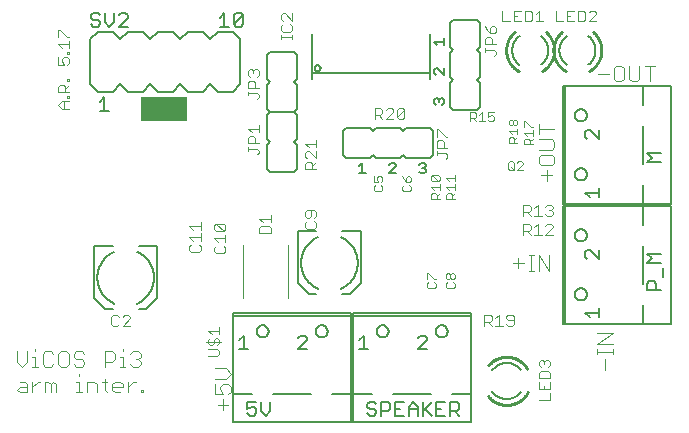
<source format=gto>
G75*
%MOIN*%
%OFA0B0*%
%FSLAX25Y25*%
%IPPOS*%
%LPD*%
%AMOC8*
5,1,8,0,0,1.08239X$1,22.5*
%
%ADD10C,0.00300*%
%ADD11C,0.00400*%
%ADD12R,0.15748X0.07874*%
%ADD13C,0.00800*%
%ADD14C,0.00500*%
%ADD15C,0.00600*%
%ADD16C,0.01000*%
D10*
X0043960Y0047498D02*
X0045194Y0047498D01*
X0045812Y0048115D01*
X0047026Y0047498D02*
X0049495Y0049967D01*
X0049495Y0050584D01*
X0048878Y0051201D01*
X0047643Y0051201D01*
X0047026Y0050584D01*
X0045812Y0050584D02*
X0045194Y0051201D01*
X0043960Y0051201D01*
X0043343Y0050584D01*
X0043343Y0048115D01*
X0043960Y0047498D01*
X0047026Y0047498D02*
X0049495Y0047498D01*
X0074967Y0042232D02*
X0079904Y0042232D01*
X0079287Y0042849D02*
X0078670Y0043466D01*
X0078053Y0043466D01*
X0077435Y0042849D01*
X0077435Y0041615D01*
X0076818Y0040998D01*
X0076201Y0040998D01*
X0075584Y0041615D01*
X0075584Y0042849D01*
X0076201Y0043466D01*
X0076818Y0044681D02*
X0075584Y0045915D01*
X0079287Y0045915D01*
X0079287Y0044681D02*
X0079287Y0047150D01*
X0079287Y0042849D02*
X0079287Y0041615D01*
X0078670Y0040998D01*
X0078670Y0039783D02*
X0075584Y0039783D01*
X0075584Y0037314D02*
X0078670Y0037314D01*
X0079287Y0037932D01*
X0079287Y0039166D01*
X0078670Y0039783D01*
X0078225Y0071710D02*
X0080693Y0071710D01*
X0081311Y0072328D01*
X0081311Y0073562D01*
X0080693Y0074179D01*
X0081311Y0075393D02*
X0081311Y0077862D01*
X0081311Y0076628D02*
X0077607Y0076628D01*
X0078842Y0075393D01*
X0078225Y0074179D02*
X0077607Y0073562D01*
X0077607Y0072328D01*
X0078225Y0071710D01*
X0073043Y0072721D02*
X0072426Y0072104D01*
X0069957Y0072104D01*
X0069340Y0072721D01*
X0069340Y0073956D01*
X0069957Y0074573D01*
X0070574Y0075787D02*
X0069340Y0077022D01*
X0073043Y0077022D01*
X0073043Y0078256D02*
X0073043Y0075787D01*
X0072426Y0074573D02*
X0073043Y0073956D01*
X0073043Y0072721D01*
X0073043Y0079470D02*
X0073043Y0081939D01*
X0073043Y0080705D02*
X0069340Y0080705D01*
X0070574Y0079470D01*
X0077607Y0079694D02*
X0077607Y0080928D01*
X0078225Y0081545D01*
X0080693Y0079077D01*
X0081311Y0079694D01*
X0081311Y0080928D01*
X0080693Y0081545D01*
X0078225Y0081545D01*
X0077607Y0079694D02*
X0078225Y0079077D01*
X0080693Y0079077D01*
X0092686Y0078265D02*
X0092686Y0080117D01*
X0093303Y0080734D01*
X0095772Y0080734D01*
X0096389Y0080117D01*
X0096389Y0078265D01*
X0092686Y0078265D01*
X0093921Y0081949D02*
X0092686Y0083183D01*
X0096389Y0083183D01*
X0096389Y0081949D02*
X0096389Y0084417D01*
X0107883Y0084200D02*
X0108500Y0083582D01*
X0109117Y0083582D01*
X0109735Y0084200D01*
X0109735Y0086051D01*
X0110969Y0086051D02*
X0108500Y0086051D01*
X0107883Y0085434D01*
X0107883Y0084200D01*
X0108500Y0082368D02*
X0107883Y0081751D01*
X0107883Y0080516D01*
X0108500Y0079899D01*
X0110969Y0079899D01*
X0111586Y0080516D01*
X0111586Y0081751D01*
X0110969Y0082368D01*
X0110969Y0083582D02*
X0111586Y0084200D01*
X0111586Y0085434D01*
X0110969Y0086051D01*
X0111567Y0099604D02*
X0107863Y0099604D01*
X0107863Y0101456D01*
X0108481Y0102073D01*
X0109715Y0102073D01*
X0110332Y0101456D01*
X0110332Y0099604D01*
X0110332Y0100838D02*
X0111567Y0102073D01*
X0111567Y0103287D02*
X0109098Y0105756D01*
X0108481Y0105756D01*
X0107863Y0105139D01*
X0107863Y0103904D01*
X0108481Y0103287D01*
X0111567Y0103287D02*
X0111567Y0105756D01*
X0111567Y0106970D02*
X0111567Y0109439D01*
X0111567Y0108205D02*
X0107863Y0108205D01*
X0109098Y0106970D01*
X0130770Y0097261D02*
X0130770Y0095326D01*
X0132222Y0095326D01*
X0131738Y0096294D01*
X0131738Y0096777D01*
X0132222Y0097261D01*
X0133189Y0097261D01*
X0133673Y0096777D01*
X0133673Y0095810D01*
X0133189Y0095326D01*
X0133189Y0094315D02*
X0133673Y0093831D01*
X0133673Y0092863D01*
X0133189Y0092380D01*
X0131254Y0092380D01*
X0130770Y0092863D01*
X0130770Y0093831D01*
X0131254Y0094315D01*
X0140219Y0093831D02*
X0140219Y0092863D01*
X0140703Y0092380D01*
X0142638Y0092380D01*
X0143122Y0092863D01*
X0143122Y0093831D01*
X0142638Y0094315D01*
X0142638Y0095326D02*
X0143122Y0095810D01*
X0143122Y0096777D01*
X0142638Y0097261D01*
X0142154Y0097261D01*
X0141670Y0096777D01*
X0141670Y0095326D01*
X0142638Y0095326D01*
X0141670Y0095326D02*
X0140703Y0096294D01*
X0140219Y0097261D01*
X0140703Y0094315D02*
X0140219Y0093831D01*
X0149806Y0093676D02*
X0150773Y0092708D01*
X0150290Y0091696D02*
X0151257Y0091696D01*
X0151741Y0091213D01*
X0151741Y0089762D01*
X0151741Y0090729D02*
X0152708Y0091696D01*
X0152708Y0092708D02*
X0152708Y0094643D01*
X0152708Y0093676D02*
X0149806Y0093676D01*
X0150290Y0095655D02*
X0149806Y0096138D01*
X0149806Y0097106D01*
X0150290Y0097590D01*
X0152225Y0095655D01*
X0152708Y0096138D01*
X0152708Y0097106D01*
X0152225Y0097590D01*
X0150290Y0097590D01*
X0150290Y0095655D02*
X0152225Y0095655D01*
X0154924Y0096622D02*
X0157826Y0096622D01*
X0157826Y0095655D02*
X0157826Y0097590D01*
X0155891Y0095655D02*
X0154924Y0096622D01*
X0154924Y0093676D02*
X0157826Y0093676D01*
X0157826Y0094643D02*
X0157826Y0092708D01*
X0157826Y0091696D02*
X0156859Y0090729D01*
X0156859Y0091213D02*
X0156859Y0089762D01*
X0157826Y0089762D02*
X0154924Y0089762D01*
X0154924Y0091213D01*
X0155408Y0091696D01*
X0156375Y0091696D01*
X0156859Y0091213D01*
X0155891Y0092708D02*
X0154924Y0093676D01*
X0152708Y0089762D02*
X0149806Y0089762D01*
X0149806Y0091213D01*
X0150290Y0091696D01*
X0175567Y0099852D02*
X0176051Y0099368D01*
X0177019Y0099368D01*
X0177502Y0099852D01*
X0177502Y0101787D01*
X0177019Y0102270D01*
X0176051Y0102270D01*
X0175567Y0101787D01*
X0175567Y0099852D01*
X0176535Y0100335D02*
X0177502Y0099368D01*
X0178514Y0099368D02*
X0180449Y0101303D01*
X0180449Y0101787D01*
X0179965Y0102270D01*
X0178998Y0102270D01*
X0178514Y0101787D01*
X0178514Y0099368D02*
X0180449Y0099368D01*
X0180840Y0107969D02*
X0180840Y0109420D01*
X0181324Y0109904D01*
X0182292Y0109904D01*
X0182775Y0109420D01*
X0182775Y0107969D01*
X0182775Y0108937D02*
X0183743Y0109904D01*
X0183743Y0110916D02*
X0183743Y0112851D01*
X0183743Y0111883D02*
X0180840Y0111883D01*
X0181808Y0110916D01*
X0178625Y0111309D02*
X0178625Y0113244D01*
X0178625Y0112277D02*
X0175722Y0112277D01*
X0176690Y0111309D01*
X0177174Y0110298D02*
X0177657Y0109814D01*
X0177657Y0108363D01*
X0177657Y0109330D02*
X0178625Y0110298D01*
X0177174Y0110298D02*
X0176206Y0110298D01*
X0175722Y0109814D01*
X0175722Y0108363D01*
X0178625Y0108363D01*
X0180840Y0107969D02*
X0183743Y0107969D01*
X0183743Y0113862D02*
X0183259Y0113862D01*
X0181324Y0115797D01*
X0180840Y0115797D01*
X0180840Y0113862D01*
X0178625Y0114740D02*
X0178625Y0115707D01*
X0178141Y0116191D01*
X0177657Y0116191D01*
X0177174Y0115707D01*
X0177174Y0114740D01*
X0176690Y0114256D01*
X0176206Y0114256D01*
X0175722Y0114740D01*
X0175722Y0115707D01*
X0176206Y0116191D01*
X0176690Y0116191D01*
X0177174Y0115707D01*
X0177174Y0114740D02*
X0177657Y0114256D01*
X0178141Y0114256D01*
X0178625Y0114740D01*
X0170776Y0116179D02*
X0170293Y0115695D01*
X0169325Y0115695D01*
X0168841Y0116179D01*
X0168841Y0117147D02*
X0169809Y0117630D01*
X0170293Y0117630D01*
X0170776Y0117147D01*
X0170776Y0116179D01*
X0168841Y0117147D02*
X0168841Y0118598D01*
X0170776Y0118598D01*
X0167830Y0115695D02*
X0165895Y0115695D01*
X0166862Y0115695D02*
X0166862Y0118598D01*
X0165895Y0117630D01*
X0164883Y0117147D02*
X0164399Y0116663D01*
X0162948Y0116663D01*
X0162948Y0115695D02*
X0162948Y0118598D01*
X0164399Y0118598D01*
X0164883Y0118114D01*
X0164883Y0117147D01*
X0163916Y0116663D02*
X0164883Y0115695D01*
X0140993Y0117032D02*
X0140376Y0116415D01*
X0139141Y0116415D01*
X0138524Y0117032D01*
X0140993Y0119501D01*
X0140993Y0117032D01*
X0138524Y0117032D02*
X0138524Y0119501D01*
X0139141Y0120118D01*
X0140376Y0120118D01*
X0140993Y0119501D01*
X0137310Y0119501D02*
X0137310Y0118884D01*
X0134841Y0116415D01*
X0137310Y0116415D01*
X0137310Y0119501D02*
X0136693Y0120118D01*
X0135458Y0120118D01*
X0134841Y0119501D01*
X0133627Y0119501D02*
X0133627Y0118267D01*
X0133009Y0117649D01*
X0131158Y0117649D01*
X0131158Y0116415D02*
X0131158Y0120118D01*
X0133009Y0120118D01*
X0133627Y0119501D01*
X0132392Y0117649D02*
X0133627Y0116415D01*
X0103606Y0143029D02*
X0103606Y0144264D01*
X0103606Y0143646D02*
X0099903Y0143646D01*
X0099903Y0143029D02*
X0099903Y0144264D01*
X0100520Y0145485D02*
X0102989Y0145485D01*
X0103606Y0146102D01*
X0103606Y0147336D01*
X0102989Y0147953D01*
X0103606Y0149168D02*
X0101137Y0151637D01*
X0100520Y0151637D01*
X0099903Y0151019D01*
X0099903Y0149785D01*
X0100520Y0149168D01*
X0100520Y0147953D02*
X0099903Y0147336D01*
X0099903Y0146102D01*
X0100520Y0145485D01*
X0103606Y0149168D02*
X0103606Y0151637D01*
X0029224Y0143761D02*
X0028607Y0143761D01*
X0026138Y0146230D01*
X0025521Y0146230D01*
X0025521Y0143761D01*
X0025521Y0141312D02*
X0029224Y0141312D01*
X0029224Y0140078D02*
X0029224Y0142547D01*
X0026755Y0140078D02*
X0025521Y0141312D01*
X0028607Y0138853D02*
X0029224Y0138853D01*
X0029224Y0138236D01*
X0028607Y0138236D01*
X0028607Y0138853D01*
X0028607Y0137022D02*
X0029224Y0136405D01*
X0029224Y0135170D01*
X0028607Y0134553D01*
X0027372Y0134553D02*
X0026755Y0135788D01*
X0026755Y0136405D01*
X0027372Y0137022D01*
X0028607Y0137022D01*
X0027372Y0134553D02*
X0025521Y0134553D01*
X0025521Y0137022D01*
X0028607Y0129646D02*
X0029224Y0129646D01*
X0029224Y0129028D01*
X0028607Y0129028D01*
X0028607Y0129646D01*
X0029224Y0127814D02*
X0027990Y0126580D01*
X0027990Y0127197D02*
X0027990Y0125345D01*
X0029224Y0125345D02*
X0025521Y0125345D01*
X0025521Y0127197D01*
X0026138Y0127814D01*
X0027372Y0127814D01*
X0027990Y0127197D01*
X0028607Y0124121D02*
X0029224Y0124121D01*
X0029224Y0123504D01*
X0028607Y0123504D01*
X0028607Y0124121D01*
X0029224Y0122289D02*
X0026755Y0122289D01*
X0025521Y0121055D01*
X0026755Y0119821D01*
X0029224Y0119821D01*
X0027372Y0119821D02*
X0027372Y0122289D01*
X0148487Y0064978D02*
X0148487Y0063043D01*
X0148971Y0062031D02*
X0148487Y0061547D01*
X0148487Y0060580D01*
X0148971Y0060096D01*
X0150906Y0060096D01*
X0151389Y0060580D01*
X0151389Y0061547D01*
X0150906Y0062031D01*
X0150906Y0063043D02*
X0151389Y0063043D01*
X0150906Y0063043D02*
X0148971Y0064978D01*
X0148487Y0064978D01*
X0154786Y0064494D02*
X0155270Y0064978D01*
X0155754Y0064978D01*
X0156237Y0064494D01*
X0156237Y0063526D01*
X0155754Y0063043D01*
X0155270Y0063043D01*
X0154786Y0063526D01*
X0154786Y0064494D01*
X0156237Y0064494D02*
X0156721Y0064978D01*
X0157205Y0064978D01*
X0157689Y0064494D01*
X0157689Y0063526D01*
X0157205Y0063043D01*
X0156721Y0063043D01*
X0156237Y0063526D01*
X0155270Y0062031D02*
X0154786Y0061547D01*
X0154786Y0060580D01*
X0155270Y0060096D01*
X0157205Y0060096D01*
X0157689Y0060580D01*
X0157689Y0061547D01*
X0157205Y0062031D01*
X0167575Y0051221D02*
X0169427Y0051221D01*
X0170044Y0050603D01*
X0170044Y0049369D01*
X0169427Y0048752D01*
X0167575Y0048752D01*
X0167575Y0047517D02*
X0167575Y0051221D01*
X0168810Y0048752D02*
X0170044Y0047517D01*
X0171258Y0047517D02*
X0173727Y0047517D01*
X0172493Y0047517D02*
X0172493Y0051221D01*
X0171258Y0049986D01*
X0174941Y0049986D02*
X0175559Y0049369D01*
X0177410Y0049369D01*
X0177410Y0048135D02*
X0176793Y0047517D01*
X0175559Y0047517D01*
X0174941Y0048135D01*
X0174941Y0049986D02*
X0174941Y0050603D01*
X0175559Y0051221D01*
X0176793Y0051221D01*
X0177410Y0050603D01*
X0177410Y0048135D01*
X0180567Y0077832D02*
X0180567Y0081536D01*
X0182419Y0081536D01*
X0183036Y0080918D01*
X0183036Y0079684D01*
X0182419Y0079067D01*
X0180567Y0079067D01*
X0181802Y0079067D02*
X0183036Y0077832D01*
X0184250Y0077832D02*
X0186719Y0077832D01*
X0187934Y0077832D02*
X0190402Y0080301D01*
X0190402Y0080918D01*
X0189785Y0081536D01*
X0188551Y0081536D01*
X0187934Y0080918D01*
X0185485Y0081536D02*
X0185485Y0077832D01*
X0187934Y0077832D02*
X0190402Y0077832D01*
X0185485Y0081536D02*
X0184250Y0080301D01*
X0184250Y0084132D02*
X0186719Y0084132D01*
X0185485Y0084132D02*
X0185485Y0087835D01*
X0184250Y0086600D01*
X0183036Y0085983D02*
X0182419Y0085366D01*
X0180567Y0085366D01*
X0180567Y0084132D02*
X0180567Y0087835D01*
X0182419Y0087835D01*
X0183036Y0087218D01*
X0183036Y0085983D01*
X0181802Y0085366D02*
X0183036Y0084132D01*
X0187934Y0084749D02*
X0188551Y0084132D01*
X0189785Y0084132D01*
X0190402Y0084749D01*
X0190402Y0085366D01*
X0189785Y0085983D01*
X0189168Y0085983D01*
X0189785Y0085983D02*
X0190402Y0086600D01*
X0190402Y0087218D01*
X0189785Y0087835D01*
X0188551Y0087835D01*
X0187934Y0087218D01*
D11*
X0012725Y0025382D02*
X0011857Y0026250D01*
X0012725Y0027117D01*
X0015327Y0027117D01*
X0015327Y0027985D02*
X0015327Y0025382D01*
X0012725Y0025382D01*
X0012725Y0028852D02*
X0014460Y0028852D01*
X0015327Y0027985D01*
X0017014Y0028852D02*
X0017014Y0025382D01*
X0017014Y0027117D02*
X0018749Y0028852D01*
X0019616Y0028852D01*
X0021311Y0028852D02*
X0022178Y0028852D01*
X0023046Y0027985D01*
X0023913Y0028852D01*
X0024780Y0027985D01*
X0024780Y0025382D01*
X0023046Y0025382D02*
X0023046Y0027985D01*
X0021311Y0028852D02*
X0021311Y0025382D01*
X0021319Y0033782D02*
X0023054Y0033782D01*
X0023921Y0034650D01*
X0025608Y0034650D02*
X0026475Y0033782D01*
X0028210Y0033782D01*
X0029077Y0034650D01*
X0029077Y0038119D01*
X0028210Y0038987D01*
X0026475Y0038987D01*
X0025608Y0038119D01*
X0025608Y0034650D01*
X0023921Y0038119D02*
X0023054Y0038987D01*
X0021319Y0038987D01*
X0020451Y0038119D01*
X0020451Y0034650D01*
X0021319Y0033782D01*
X0018749Y0033782D02*
X0017014Y0033782D01*
X0017881Y0033782D02*
X0017881Y0037252D01*
X0017014Y0037252D01*
X0017881Y0038987D02*
X0017881Y0039854D01*
X0015327Y0038987D02*
X0015327Y0035517D01*
X0013592Y0033782D01*
X0011857Y0035517D01*
X0011857Y0038987D01*
X0030764Y0038119D02*
X0030764Y0037252D01*
X0031632Y0036385D01*
X0033366Y0036385D01*
X0034234Y0035517D01*
X0034234Y0034650D01*
X0033366Y0033782D01*
X0031632Y0033782D01*
X0030764Y0034650D01*
X0030764Y0038119D02*
X0031632Y0038987D01*
X0033366Y0038987D01*
X0034234Y0038119D01*
X0041077Y0038987D02*
X0041077Y0033782D01*
X0041077Y0035517D02*
X0043679Y0035517D01*
X0044547Y0036385D01*
X0044547Y0038119D01*
X0043679Y0038987D01*
X0041077Y0038987D01*
X0046233Y0037252D02*
X0047101Y0037252D01*
X0047101Y0033782D01*
X0047968Y0033782D02*
X0046233Y0033782D01*
X0049671Y0034650D02*
X0050538Y0033782D01*
X0052273Y0033782D01*
X0053141Y0034650D01*
X0053141Y0035517D01*
X0052273Y0036385D01*
X0051406Y0036385D01*
X0052273Y0036385D02*
X0053141Y0037252D01*
X0053141Y0038119D01*
X0052273Y0038987D01*
X0050538Y0038987D01*
X0049671Y0038119D01*
X0047101Y0038987D02*
X0047101Y0039854D01*
X0046257Y0028852D02*
X0044523Y0028852D01*
X0043655Y0027985D01*
X0043655Y0026250D01*
X0044523Y0025382D01*
X0046257Y0025382D01*
X0047125Y0027117D02*
X0043655Y0027117D01*
X0041952Y0025382D02*
X0041085Y0026250D01*
X0041085Y0029719D01*
X0040218Y0028852D02*
X0041952Y0028852D01*
X0038531Y0027985D02*
X0038531Y0025382D01*
X0038531Y0027985D02*
X0037663Y0028852D01*
X0035061Y0028852D01*
X0035061Y0025382D01*
X0033358Y0025382D02*
X0031624Y0025382D01*
X0032491Y0025382D02*
X0032491Y0028852D01*
X0031624Y0028852D01*
X0032491Y0030587D02*
X0032491Y0031454D01*
X0046257Y0028852D02*
X0047125Y0027985D01*
X0047125Y0027117D01*
X0048812Y0027117D02*
X0050546Y0028852D01*
X0051414Y0028852D01*
X0048812Y0028852D02*
X0048812Y0025382D01*
X0053109Y0025382D02*
X0053976Y0025382D01*
X0053976Y0026250D01*
X0053109Y0026250D01*
X0053109Y0025382D01*
X0077907Y0024633D02*
X0080509Y0024633D01*
X0079641Y0026368D01*
X0079641Y0027235D01*
X0080509Y0028103D01*
X0082244Y0028103D01*
X0083111Y0027235D01*
X0083111Y0025501D01*
X0082244Y0024633D01*
X0080509Y0022946D02*
X0080509Y0019477D01*
X0078774Y0021212D02*
X0082244Y0021212D01*
X0077907Y0024633D02*
X0077907Y0028103D01*
X0077907Y0029790D02*
X0081376Y0029790D01*
X0083111Y0031524D01*
X0081376Y0033259D01*
X0077907Y0033259D01*
X0087169Y0056718D02*
X0087169Y0074356D01*
X0102287Y0074356D02*
X0102287Y0056718D01*
X0154743Y0103215D02*
X0155343Y0103815D01*
X0155343Y0104416D01*
X0154743Y0105016D01*
X0151740Y0105016D01*
X0151740Y0104416D02*
X0151740Y0105617D01*
X0151740Y0106898D02*
X0151740Y0108700D01*
X0152341Y0109300D01*
X0153542Y0109300D01*
X0154142Y0108700D01*
X0154142Y0106898D01*
X0155343Y0106898D02*
X0151740Y0106898D01*
X0151740Y0110581D02*
X0151740Y0112983D01*
X0152341Y0112983D01*
X0154743Y0110581D01*
X0155343Y0110581D01*
X0185781Y0111324D02*
X0185781Y0114794D01*
X0185781Y0113059D02*
X0190985Y0113059D01*
X0190118Y0109637D02*
X0185781Y0109637D01*
X0185781Y0106168D02*
X0190118Y0106168D01*
X0190985Y0107035D01*
X0190985Y0108770D01*
X0190118Y0109637D01*
X0190118Y0104481D02*
X0186648Y0104481D01*
X0185781Y0103613D01*
X0185781Y0101879D01*
X0186648Y0101011D01*
X0190118Y0101011D01*
X0190985Y0101879D01*
X0190985Y0103613D01*
X0190118Y0104481D01*
X0188383Y0099324D02*
X0188383Y0095855D01*
X0186648Y0097590D02*
X0190118Y0097590D01*
X0189305Y0071050D02*
X0189305Y0065845D01*
X0185835Y0071050D01*
X0185835Y0065845D01*
X0184132Y0065845D02*
X0182397Y0065845D01*
X0183265Y0065845D02*
X0183265Y0071050D01*
X0184132Y0071050D02*
X0182397Y0071050D01*
X0180711Y0068448D02*
X0177241Y0068448D01*
X0178976Y0070182D02*
X0178976Y0066713D01*
X0205160Y0044955D02*
X0210365Y0044955D01*
X0205160Y0041486D01*
X0210365Y0041486D01*
X0210365Y0039783D02*
X0210365Y0038048D01*
X0210365Y0038916D02*
X0205160Y0038916D01*
X0205160Y0039783D02*
X0205160Y0038048D01*
X0207762Y0036361D02*
X0207762Y0032892D01*
X0189485Y0031814D02*
X0189485Y0030012D01*
X0185882Y0030012D01*
X0185882Y0031814D01*
X0186482Y0032414D01*
X0188885Y0032414D01*
X0189485Y0031814D01*
X0188885Y0033696D02*
X0189485Y0034296D01*
X0189485Y0035497D01*
X0188885Y0036098D01*
X0188284Y0036098D01*
X0187684Y0035497D01*
X0187684Y0034897D01*
X0187684Y0035497D02*
X0187083Y0036098D01*
X0186482Y0036098D01*
X0185882Y0035497D01*
X0185882Y0034296D01*
X0186482Y0033696D01*
X0185882Y0028731D02*
X0185882Y0026329D01*
X0189485Y0026329D01*
X0189485Y0028731D01*
X0187684Y0027530D02*
X0187684Y0026329D01*
X0189485Y0025048D02*
X0189485Y0022646D01*
X0185882Y0022646D01*
X0092430Y0105248D02*
X0092430Y0105849D01*
X0091829Y0106449D01*
X0088827Y0106449D01*
X0088827Y0105849D02*
X0088827Y0107050D01*
X0088827Y0108331D02*
X0088827Y0110133D01*
X0089427Y0110733D01*
X0090628Y0110733D01*
X0091229Y0110133D01*
X0091229Y0108331D01*
X0092430Y0108331D02*
X0088827Y0108331D01*
X0090028Y0112014D02*
X0088827Y0113215D01*
X0092430Y0113215D01*
X0092430Y0112014D02*
X0092430Y0114416D01*
X0091829Y0123152D02*
X0092430Y0123752D01*
X0092430Y0124353D01*
X0091829Y0124953D01*
X0088827Y0124953D01*
X0088827Y0124353D02*
X0088827Y0125554D01*
X0088827Y0126835D02*
X0088827Y0128637D01*
X0089427Y0129237D01*
X0090628Y0129237D01*
X0091229Y0128637D01*
X0091229Y0126835D01*
X0092430Y0126835D02*
X0088827Y0126835D01*
X0089427Y0130518D02*
X0088827Y0131119D01*
X0088827Y0132320D01*
X0089427Y0132920D01*
X0090028Y0132920D01*
X0090628Y0132320D01*
X0091229Y0132920D01*
X0091829Y0132920D01*
X0092430Y0132320D01*
X0092430Y0131119D01*
X0091829Y0130518D01*
X0090628Y0131719D02*
X0090628Y0132320D01*
X0092430Y0105248D02*
X0091829Y0104648D01*
X0167764Y0138786D02*
X0167764Y0139987D01*
X0167764Y0139386D02*
X0170766Y0139386D01*
X0171367Y0138786D01*
X0171367Y0138185D01*
X0170766Y0137585D01*
X0170166Y0141268D02*
X0170166Y0143070D01*
X0169565Y0143670D01*
X0168364Y0143670D01*
X0167764Y0143070D01*
X0167764Y0141268D01*
X0171367Y0141268D01*
X0170766Y0144951D02*
X0169565Y0144951D01*
X0169565Y0146753D01*
X0170166Y0147353D01*
X0170766Y0147353D01*
X0171367Y0146753D01*
X0171367Y0145552D01*
X0170766Y0144951D01*
X0169565Y0144951D02*
X0168364Y0146152D01*
X0167764Y0147353D01*
X0173688Y0148930D02*
X0173688Y0152533D01*
X0173688Y0148930D02*
X0176090Y0148930D01*
X0177371Y0148930D02*
X0179773Y0148930D01*
X0181054Y0148930D02*
X0182856Y0148930D01*
X0183457Y0149530D01*
X0183457Y0151932D01*
X0182856Y0152533D01*
X0181054Y0152533D01*
X0181054Y0148930D01*
X0178572Y0150731D02*
X0177371Y0150731D01*
X0177371Y0148930D02*
X0177371Y0152533D01*
X0179773Y0152533D01*
X0184738Y0151332D02*
X0185939Y0152533D01*
X0185939Y0148930D01*
X0184738Y0148930D02*
X0187140Y0148930D01*
X0191405Y0148930D02*
X0193807Y0148930D01*
X0195088Y0148930D02*
X0197490Y0148930D01*
X0198771Y0148930D02*
X0200573Y0148930D01*
X0201173Y0149530D01*
X0201173Y0151932D01*
X0200573Y0152533D01*
X0198771Y0152533D01*
X0198771Y0148930D01*
X0196289Y0150731D02*
X0195088Y0150731D01*
X0195088Y0148930D02*
X0195088Y0152533D01*
X0197490Y0152533D01*
X0202454Y0151932D02*
X0203055Y0152533D01*
X0204256Y0152533D01*
X0204856Y0151932D01*
X0204856Y0151332D01*
X0202454Y0148930D01*
X0204856Y0148930D01*
X0191405Y0148930D02*
X0191405Y0152533D01*
X0210715Y0133263D02*
X0210715Y0129793D01*
X0211582Y0128926D01*
X0213317Y0128926D01*
X0214184Y0129793D01*
X0214184Y0133263D01*
X0213317Y0134130D01*
X0211582Y0134130D01*
X0210715Y0133263D01*
X0209028Y0131528D02*
X0205558Y0131528D01*
X0215871Y0129793D02*
X0216738Y0128926D01*
X0218473Y0128926D01*
X0219341Y0129793D01*
X0219341Y0134130D01*
X0221027Y0134130D02*
X0224497Y0134130D01*
X0222762Y0134130D02*
X0222762Y0128926D01*
X0215871Y0129793D02*
X0215871Y0134130D01*
D12*
X0060870Y0119671D03*
D13*
X0110083Y0129907D02*
X0110083Y0131875D01*
X0149453Y0131875D01*
X0149453Y0129907D01*
X0149453Y0131875D02*
X0149453Y0144867D01*
X0110083Y0144867D02*
X0110083Y0131875D01*
X0111657Y0078923D02*
X0105555Y0078923D01*
X0105555Y0061600D01*
X0109098Y0058056D01*
X0111657Y0058056D01*
X0120319Y0058056D02*
X0122878Y0058056D01*
X0126421Y0061600D01*
X0126421Y0078923D01*
X0120319Y0078923D01*
X0112248Y0077150D02*
X0112037Y0077056D01*
X0111829Y0076957D01*
X0111622Y0076852D01*
X0111419Y0076743D01*
X0111218Y0076628D01*
X0111020Y0076509D01*
X0110825Y0076385D01*
X0110634Y0076256D01*
X0110445Y0076123D01*
X0110260Y0075985D01*
X0110078Y0075842D01*
X0109900Y0075695D01*
X0109725Y0075544D01*
X0109554Y0075389D01*
X0109387Y0075229D01*
X0109224Y0075066D01*
X0109065Y0074898D01*
X0108910Y0074727D01*
X0108760Y0074551D01*
X0108613Y0074373D01*
X0108472Y0074190D01*
X0108334Y0074004D01*
X0108202Y0073815D01*
X0108073Y0073623D01*
X0107950Y0073428D01*
X0107832Y0073230D01*
X0107718Y0073028D01*
X0107609Y0072825D01*
X0107506Y0072618D01*
X0107407Y0072409D01*
X0107314Y0072198D01*
X0107225Y0071984D01*
X0107142Y0071769D01*
X0107065Y0071551D01*
X0106993Y0071332D01*
X0106926Y0071111D01*
X0106864Y0070888D01*
X0106808Y0070664D01*
X0106758Y0070438D01*
X0106713Y0070212D01*
X0106673Y0069984D01*
X0106639Y0069756D01*
X0106611Y0069526D01*
X0106589Y0069297D01*
X0106572Y0069066D01*
X0106560Y0068835D01*
X0106555Y0068605D01*
X0106555Y0068373D01*
X0106560Y0068143D01*
X0106572Y0067912D01*
X0106589Y0067681D01*
X0106611Y0067452D01*
X0106639Y0067222D01*
X0106673Y0066994D01*
X0106713Y0066766D01*
X0106758Y0066540D01*
X0106808Y0066314D01*
X0106864Y0066090D01*
X0106926Y0065867D01*
X0106993Y0065646D01*
X0107065Y0065427D01*
X0107142Y0065209D01*
X0107225Y0064994D01*
X0107314Y0064780D01*
X0107407Y0064569D01*
X0107506Y0064360D01*
X0107609Y0064153D01*
X0107718Y0063950D01*
X0107832Y0063748D01*
X0107950Y0063550D01*
X0108073Y0063355D01*
X0108202Y0063163D01*
X0108334Y0062974D01*
X0108472Y0062788D01*
X0108613Y0062605D01*
X0108760Y0062427D01*
X0108910Y0062251D01*
X0109065Y0062080D01*
X0109224Y0061912D01*
X0109387Y0061749D01*
X0109554Y0061589D01*
X0109725Y0061434D01*
X0109900Y0061283D01*
X0110078Y0061136D01*
X0110260Y0060993D01*
X0110445Y0060855D01*
X0110634Y0060722D01*
X0110825Y0060593D01*
X0111020Y0060469D01*
X0111218Y0060350D01*
X0111419Y0060235D01*
X0111622Y0060126D01*
X0111829Y0060021D01*
X0112037Y0059922D01*
X0112248Y0059828D01*
X0119728Y0059828D02*
X0119939Y0059922D01*
X0120147Y0060021D01*
X0120354Y0060126D01*
X0120557Y0060235D01*
X0120758Y0060350D01*
X0120956Y0060469D01*
X0121151Y0060593D01*
X0121342Y0060722D01*
X0121531Y0060855D01*
X0121716Y0060993D01*
X0121898Y0061136D01*
X0122076Y0061283D01*
X0122251Y0061434D01*
X0122422Y0061589D01*
X0122589Y0061749D01*
X0122752Y0061912D01*
X0122911Y0062080D01*
X0123066Y0062251D01*
X0123216Y0062427D01*
X0123363Y0062605D01*
X0123504Y0062788D01*
X0123642Y0062974D01*
X0123774Y0063163D01*
X0123903Y0063355D01*
X0124026Y0063550D01*
X0124144Y0063748D01*
X0124258Y0063950D01*
X0124367Y0064153D01*
X0124470Y0064360D01*
X0124569Y0064569D01*
X0124662Y0064780D01*
X0124751Y0064994D01*
X0124834Y0065209D01*
X0124911Y0065427D01*
X0124983Y0065646D01*
X0125050Y0065867D01*
X0125112Y0066090D01*
X0125168Y0066314D01*
X0125218Y0066540D01*
X0125263Y0066766D01*
X0125303Y0066994D01*
X0125337Y0067222D01*
X0125365Y0067452D01*
X0125387Y0067681D01*
X0125404Y0067912D01*
X0125416Y0068143D01*
X0125421Y0068373D01*
X0125421Y0068605D01*
X0125416Y0068835D01*
X0125404Y0069066D01*
X0125387Y0069297D01*
X0125365Y0069526D01*
X0125337Y0069756D01*
X0125303Y0069984D01*
X0125263Y0070212D01*
X0125218Y0070438D01*
X0125168Y0070664D01*
X0125112Y0070888D01*
X0125050Y0071111D01*
X0124983Y0071332D01*
X0124911Y0071551D01*
X0124834Y0071769D01*
X0124751Y0071984D01*
X0124662Y0072198D01*
X0124569Y0072409D01*
X0124470Y0072618D01*
X0124367Y0072825D01*
X0124258Y0073028D01*
X0124144Y0073230D01*
X0124026Y0073428D01*
X0123903Y0073623D01*
X0123774Y0073815D01*
X0123642Y0074004D01*
X0123504Y0074190D01*
X0123363Y0074373D01*
X0123216Y0074551D01*
X0123066Y0074727D01*
X0122911Y0074898D01*
X0122752Y0075066D01*
X0122589Y0075229D01*
X0122422Y0075389D01*
X0122251Y0075544D01*
X0122076Y0075695D01*
X0121898Y0075842D01*
X0121716Y0075985D01*
X0121531Y0076123D01*
X0121342Y0076256D01*
X0121151Y0076385D01*
X0120956Y0076509D01*
X0120758Y0076628D01*
X0120557Y0076743D01*
X0120354Y0076852D01*
X0120147Y0076957D01*
X0119939Y0077056D01*
X0119728Y0077150D01*
X0058508Y0074001D02*
X0058508Y0056678D01*
X0054965Y0053135D01*
X0052406Y0053135D01*
X0043744Y0053135D02*
X0041185Y0053135D01*
X0037642Y0056678D01*
X0037642Y0074001D01*
X0043744Y0074001D01*
X0052406Y0074001D02*
X0058508Y0074001D01*
X0044335Y0072229D02*
X0044124Y0072135D01*
X0043916Y0072036D01*
X0043709Y0071931D01*
X0043506Y0071822D01*
X0043305Y0071707D01*
X0043107Y0071588D01*
X0042912Y0071464D01*
X0042721Y0071335D01*
X0042532Y0071202D01*
X0042347Y0071064D01*
X0042165Y0070921D01*
X0041987Y0070774D01*
X0041812Y0070623D01*
X0041641Y0070468D01*
X0041474Y0070308D01*
X0041311Y0070145D01*
X0041152Y0069977D01*
X0040997Y0069806D01*
X0040847Y0069630D01*
X0040700Y0069452D01*
X0040559Y0069269D01*
X0040421Y0069083D01*
X0040289Y0068894D01*
X0040160Y0068702D01*
X0040037Y0068507D01*
X0039919Y0068309D01*
X0039805Y0068107D01*
X0039696Y0067904D01*
X0039593Y0067697D01*
X0039494Y0067488D01*
X0039401Y0067277D01*
X0039312Y0067063D01*
X0039229Y0066848D01*
X0039152Y0066630D01*
X0039080Y0066411D01*
X0039013Y0066190D01*
X0038951Y0065967D01*
X0038895Y0065743D01*
X0038845Y0065517D01*
X0038800Y0065291D01*
X0038760Y0065063D01*
X0038726Y0064835D01*
X0038698Y0064605D01*
X0038676Y0064376D01*
X0038659Y0064145D01*
X0038647Y0063914D01*
X0038642Y0063684D01*
X0038642Y0063452D01*
X0038647Y0063222D01*
X0038659Y0062991D01*
X0038676Y0062760D01*
X0038698Y0062531D01*
X0038726Y0062301D01*
X0038760Y0062073D01*
X0038800Y0061845D01*
X0038845Y0061619D01*
X0038895Y0061393D01*
X0038951Y0061169D01*
X0039013Y0060946D01*
X0039080Y0060725D01*
X0039152Y0060506D01*
X0039229Y0060288D01*
X0039312Y0060073D01*
X0039401Y0059859D01*
X0039494Y0059648D01*
X0039593Y0059439D01*
X0039696Y0059232D01*
X0039805Y0059029D01*
X0039919Y0058827D01*
X0040037Y0058629D01*
X0040160Y0058434D01*
X0040289Y0058242D01*
X0040421Y0058053D01*
X0040559Y0057867D01*
X0040700Y0057684D01*
X0040847Y0057506D01*
X0040997Y0057330D01*
X0041152Y0057159D01*
X0041311Y0056991D01*
X0041474Y0056828D01*
X0041641Y0056668D01*
X0041812Y0056513D01*
X0041987Y0056362D01*
X0042165Y0056215D01*
X0042347Y0056072D01*
X0042532Y0055934D01*
X0042721Y0055801D01*
X0042912Y0055672D01*
X0043107Y0055548D01*
X0043305Y0055429D01*
X0043506Y0055314D01*
X0043709Y0055205D01*
X0043916Y0055100D01*
X0044124Y0055001D01*
X0044335Y0054907D01*
X0051815Y0054907D02*
X0052026Y0055001D01*
X0052234Y0055100D01*
X0052441Y0055205D01*
X0052644Y0055314D01*
X0052845Y0055429D01*
X0053043Y0055548D01*
X0053238Y0055672D01*
X0053429Y0055801D01*
X0053618Y0055934D01*
X0053803Y0056072D01*
X0053985Y0056215D01*
X0054163Y0056362D01*
X0054338Y0056513D01*
X0054509Y0056668D01*
X0054676Y0056828D01*
X0054839Y0056991D01*
X0054998Y0057159D01*
X0055153Y0057330D01*
X0055303Y0057506D01*
X0055450Y0057684D01*
X0055591Y0057867D01*
X0055729Y0058053D01*
X0055861Y0058242D01*
X0055990Y0058434D01*
X0056113Y0058629D01*
X0056231Y0058827D01*
X0056345Y0059029D01*
X0056454Y0059232D01*
X0056557Y0059439D01*
X0056656Y0059648D01*
X0056749Y0059859D01*
X0056838Y0060073D01*
X0056921Y0060288D01*
X0056998Y0060506D01*
X0057070Y0060725D01*
X0057137Y0060946D01*
X0057199Y0061169D01*
X0057255Y0061393D01*
X0057305Y0061619D01*
X0057350Y0061845D01*
X0057390Y0062073D01*
X0057424Y0062301D01*
X0057452Y0062531D01*
X0057474Y0062760D01*
X0057491Y0062991D01*
X0057503Y0063222D01*
X0057508Y0063452D01*
X0057508Y0063684D01*
X0057503Y0063914D01*
X0057491Y0064145D01*
X0057474Y0064376D01*
X0057452Y0064605D01*
X0057424Y0064835D01*
X0057390Y0065063D01*
X0057350Y0065291D01*
X0057305Y0065517D01*
X0057255Y0065743D01*
X0057199Y0065967D01*
X0057137Y0066190D01*
X0057070Y0066411D01*
X0056998Y0066630D01*
X0056921Y0066848D01*
X0056838Y0067063D01*
X0056749Y0067277D01*
X0056656Y0067488D01*
X0056557Y0067697D01*
X0056454Y0067904D01*
X0056345Y0068107D01*
X0056231Y0068309D01*
X0056113Y0068507D01*
X0055990Y0068702D01*
X0055861Y0068894D01*
X0055729Y0069083D01*
X0055591Y0069269D01*
X0055450Y0069452D01*
X0055303Y0069630D01*
X0055153Y0069806D01*
X0054998Y0069977D01*
X0054839Y0070145D01*
X0054676Y0070308D01*
X0054509Y0070468D01*
X0054338Y0070623D01*
X0054163Y0070774D01*
X0053985Y0070921D01*
X0053803Y0071064D01*
X0053618Y0071202D01*
X0053429Y0071335D01*
X0053238Y0071464D01*
X0053043Y0071588D01*
X0052845Y0071707D01*
X0052644Y0071822D01*
X0052441Y0071931D01*
X0052234Y0072036D01*
X0052026Y0072135D01*
X0051815Y0072229D01*
D14*
X0085955Y0042746D02*
X0087456Y0044247D01*
X0087456Y0039743D01*
X0085955Y0039743D02*
X0088957Y0039743D01*
X0105455Y0039743D02*
X0108457Y0042746D01*
X0108457Y0043497D01*
X0107707Y0044247D01*
X0106205Y0044247D01*
X0105455Y0043497D01*
X0105455Y0039743D02*
X0108457Y0039743D01*
X0125955Y0039743D02*
X0128957Y0039743D01*
X0127456Y0039743D02*
X0127456Y0044247D01*
X0125955Y0042746D01*
X0145455Y0043497D02*
X0146205Y0044247D01*
X0147707Y0044247D01*
X0148457Y0043497D01*
X0148457Y0042746D01*
X0145455Y0039743D01*
X0148457Y0039743D01*
X0147070Y0022047D02*
X0147070Y0017543D01*
X0147070Y0019045D02*
X0150073Y0022047D01*
X0151674Y0022047D02*
X0151674Y0017543D01*
X0154677Y0017543D01*
X0156278Y0017543D02*
X0156278Y0022047D01*
X0158530Y0022047D01*
X0159281Y0021297D01*
X0159281Y0019795D01*
X0158530Y0019045D01*
X0156278Y0019045D01*
X0157780Y0019045D02*
X0159281Y0017543D01*
X0154677Y0022047D02*
X0151674Y0022047D01*
X0151674Y0019795D02*
X0153176Y0019795D01*
X0150073Y0017543D02*
X0147821Y0019795D01*
X0145469Y0019795D02*
X0142466Y0019795D01*
X0142466Y0020546D02*
X0142466Y0017543D01*
X0140865Y0017543D02*
X0137863Y0017543D01*
X0137863Y0022047D01*
X0140865Y0022047D01*
X0142466Y0020546D02*
X0143968Y0022047D01*
X0145469Y0020546D01*
X0145469Y0017543D01*
X0139364Y0019795D02*
X0137863Y0019795D01*
X0136261Y0019795D02*
X0136261Y0021297D01*
X0135511Y0022047D01*
X0133259Y0022047D01*
X0133259Y0017543D01*
X0133259Y0019045D02*
X0135511Y0019045D01*
X0136261Y0019795D01*
X0131657Y0019045D02*
X0131657Y0018294D01*
X0130907Y0017543D01*
X0129405Y0017543D01*
X0128655Y0018294D01*
X0129405Y0019795D02*
X0130907Y0019795D01*
X0131657Y0019045D01*
X0131657Y0021297D02*
X0130907Y0022047D01*
X0129405Y0022047D01*
X0128655Y0021297D01*
X0128655Y0020546D01*
X0129405Y0019795D01*
X0096261Y0019045D02*
X0096261Y0022047D01*
X0096261Y0019045D02*
X0094760Y0017543D01*
X0093259Y0019045D01*
X0093259Y0022047D01*
X0091657Y0022047D02*
X0088655Y0022047D01*
X0088655Y0019795D01*
X0090156Y0020546D01*
X0090907Y0020546D01*
X0091657Y0019795D01*
X0091657Y0018294D01*
X0090907Y0017543D01*
X0089405Y0017543D01*
X0088655Y0018294D01*
X0125844Y0098318D02*
X0128113Y0098318D01*
X0126979Y0098318D02*
X0126979Y0101721D01*
X0125844Y0100587D01*
X0135844Y0101154D02*
X0136412Y0101721D01*
X0137546Y0101721D01*
X0138113Y0101154D01*
X0138113Y0100587D01*
X0135844Y0098318D01*
X0138113Y0098318D01*
X0145844Y0098885D02*
X0146412Y0098318D01*
X0147546Y0098318D01*
X0148113Y0098885D01*
X0148113Y0099453D01*
X0147546Y0100020D01*
X0146979Y0100020D01*
X0147546Y0100020D02*
X0148113Y0100587D01*
X0148113Y0101154D01*
X0147546Y0101721D01*
X0146412Y0101721D01*
X0145844Y0101154D01*
X0151381Y0121093D02*
X0150814Y0121660D01*
X0150814Y0122795D01*
X0151381Y0123362D01*
X0151948Y0123362D01*
X0152515Y0122795D01*
X0153083Y0123362D01*
X0153650Y0123362D01*
X0154217Y0122795D01*
X0154217Y0121660D01*
X0153650Y0121093D01*
X0152515Y0122228D02*
X0152515Y0122795D01*
X0151381Y0131093D02*
X0150814Y0131660D01*
X0150814Y0132795D01*
X0151381Y0133362D01*
X0151948Y0133362D01*
X0154217Y0131093D01*
X0154217Y0133362D01*
X0154217Y0141093D02*
X0154217Y0143362D01*
X0154217Y0142228D02*
X0150814Y0142228D01*
X0151948Y0141093D01*
X0111067Y0133450D02*
X0111069Y0133512D01*
X0111075Y0133575D01*
X0111085Y0133636D01*
X0111099Y0133697D01*
X0111116Y0133757D01*
X0111137Y0133816D01*
X0111163Y0133873D01*
X0111191Y0133928D01*
X0111223Y0133982D01*
X0111259Y0134033D01*
X0111297Y0134083D01*
X0111339Y0134129D01*
X0111383Y0134173D01*
X0111431Y0134214D01*
X0111480Y0134252D01*
X0111532Y0134286D01*
X0111586Y0134317D01*
X0111642Y0134345D01*
X0111700Y0134369D01*
X0111759Y0134390D01*
X0111819Y0134406D01*
X0111880Y0134419D01*
X0111942Y0134428D01*
X0112004Y0134433D01*
X0112067Y0134434D01*
X0112129Y0134431D01*
X0112191Y0134424D01*
X0112253Y0134413D01*
X0112313Y0134398D01*
X0112373Y0134380D01*
X0112431Y0134358D01*
X0112488Y0134332D01*
X0112543Y0134302D01*
X0112596Y0134269D01*
X0112647Y0134233D01*
X0112695Y0134194D01*
X0112741Y0134151D01*
X0112784Y0134106D01*
X0112824Y0134058D01*
X0112861Y0134008D01*
X0112895Y0133955D01*
X0112926Y0133901D01*
X0112952Y0133845D01*
X0112976Y0133787D01*
X0112995Y0133727D01*
X0113011Y0133667D01*
X0113023Y0133605D01*
X0113031Y0133544D01*
X0113035Y0133481D01*
X0113035Y0133419D01*
X0113031Y0133356D01*
X0113023Y0133295D01*
X0113011Y0133233D01*
X0112995Y0133173D01*
X0112976Y0133113D01*
X0112952Y0133055D01*
X0112926Y0132999D01*
X0112895Y0132945D01*
X0112861Y0132892D01*
X0112824Y0132842D01*
X0112784Y0132794D01*
X0112741Y0132749D01*
X0112695Y0132706D01*
X0112647Y0132667D01*
X0112596Y0132631D01*
X0112543Y0132598D01*
X0112488Y0132568D01*
X0112431Y0132542D01*
X0112373Y0132520D01*
X0112313Y0132502D01*
X0112253Y0132487D01*
X0112191Y0132476D01*
X0112129Y0132469D01*
X0112067Y0132466D01*
X0112004Y0132467D01*
X0111942Y0132472D01*
X0111880Y0132481D01*
X0111819Y0132494D01*
X0111759Y0132510D01*
X0111700Y0132531D01*
X0111642Y0132555D01*
X0111586Y0132583D01*
X0111532Y0132614D01*
X0111480Y0132648D01*
X0111431Y0132686D01*
X0111383Y0132727D01*
X0111339Y0132771D01*
X0111297Y0132817D01*
X0111259Y0132867D01*
X0111223Y0132918D01*
X0111191Y0132972D01*
X0111163Y0133027D01*
X0111137Y0133084D01*
X0111116Y0133143D01*
X0111099Y0133203D01*
X0111085Y0133264D01*
X0111075Y0133325D01*
X0111069Y0133388D01*
X0111067Y0133450D01*
X0087120Y0147919D02*
X0086370Y0147169D01*
X0084868Y0147169D01*
X0084118Y0147919D01*
X0087120Y0150922D01*
X0087120Y0147919D01*
X0084118Y0147919D02*
X0084118Y0150922D01*
X0084868Y0151672D01*
X0086370Y0151672D01*
X0087120Y0150922D01*
X0082516Y0147169D02*
X0079514Y0147169D01*
X0081015Y0147169D02*
X0081015Y0151672D01*
X0079514Y0150171D01*
X0048724Y0150171D02*
X0048724Y0150922D01*
X0047974Y0151672D01*
X0046472Y0151672D01*
X0045722Y0150922D01*
X0044120Y0151672D02*
X0044120Y0148670D01*
X0042619Y0147169D01*
X0041118Y0148670D01*
X0041118Y0151672D01*
X0039516Y0150922D02*
X0038766Y0151672D01*
X0037264Y0151672D01*
X0036514Y0150922D01*
X0036514Y0150171D01*
X0037264Y0149421D01*
X0038766Y0149421D01*
X0039516Y0148670D01*
X0039516Y0147919D01*
X0038766Y0147169D01*
X0037264Y0147169D01*
X0036514Y0147919D01*
X0045722Y0147169D02*
X0048724Y0150171D01*
X0048724Y0147169D02*
X0045722Y0147169D01*
X0041015Y0123672D02*
X0041015Y0119169D01*
X0039514Y0119169D02*
X0042516Y0119169D01*
X0039514Y0122171D02*
X0041015Y0123672D01*
X0201254Y0112019D02*
X0201254Y0110518D01*
X0202005Y0109767D01*
X0202755Y0112770D02*
X0205758Y0109767D01*
X0205758Y0112770D01*
X0202755Y0112770D02*
X0202005Y0112770D01*
X0201254Y0112019D01*
X0221879Y0105025D02*
X0226383Y0105025D01*
X0223381Y0103523D02*
X0221879Y0105025D01*
X0223381Y0103523D02*
X0221879Y0102022D01*
X0226383Y0102022D01*
X0205758Y0093270D02*
X0205758Y0090267D01*
X0205758Y0091768D02*
X0201254Y0091768D01*
X0202755Y0090267D01*
X0202755Y0072770D02*
X0202005Y0072770D01*
X0201254Y0072019D01*
X0201254Y0070518D01*
X0202005Y0069767D01*
X0202755Y0072770D02*
X0205758Y0069767D01*
X0205758Y0072770D01*
X0221879Y0071477D02*
X0226383Y0071477D01*
X0223381Y0069975D02*
X0221879Y0071477D01*
X0223381Y0069975D02*
X0221879Y0068474D01*
X0226383Y0068474D01*
X0227134Y0066873D02*
X0227134Y0063870D01*
X0224882Y0061518D02*
X0224882Y0059266D01*
X0226383Y0059266D02*
X0221879Y0059266D01*
X0221879Y0061518D01*
X0222630Y0062269D01*
X0224131Y0062269D01*
X0224882Y0061518D01*
X0205758Y0053270D02*
X0205758Y0050267D01*
X0205758Y0051768D02*
X0201254Y0051768D01*
X0202755Y0050267D01*
D15*
X0194606Y0048218D02*
X0193807Y0048218D01*
X0193807Y0087517D01*
X0194606Y0087517D01*
X0220606Y0087517D01*
X0230008Y0087517D01*
X0230008Y0048218D01*
X0220606Y0048218D01*
X0194606Y0048218D01*
X0194606Y0087517D01*
X0194606Y0088218D02*
X0193807Y0088218D01*
X0193807Y0127517D01*
X0194606Y0127517D01*
X0220606Y0127517D01*
X0230008Y0127517D01*
X0230008Y0088218D01*
X0220606Y0088218D01*
X0194606Y0088218D01*
X0194606Y0127517D01*
X0197808Y0117717D02*
X0197810Y0117806D01*
X0197816Y0117895D01*
X0197826Y0117984D01*
X0197840Y0118072D01*
X0197857Y0118159D01*
X0197879Y0118245D01*
X0197905Y0118331D01*
X0197934Y0118415D01*
X0197967Y0118498D01*
X0198003Y0118579D01*
X0198044Y0118659D01*
X0198087Y0118736D01*
X0198134Y0118812D01*
X0198185Y0118885D01*
X0198238Y0118956D01*
X0198295Y0119025D01*
X0198355Y0119091D01*
X0198418Y0119155D01*
X0198483Y0119215D01*
X0198551Y0119273D01*
X0198622Y0119327D01*
X0198695Y0119378D01*
X0198770Y0119426D01*
X0198847Y0119471D01*
X0198926Y0119512D01*
X0199007Y0119549D01*
X0199089Y0119583D01*
X0199173Y0119614D01*
X0199258Y0119640D01*
X0199344Y0119663D01*
X0199431Y0119681D01*
X0199519Y0119696D01*
X0199608Y0119707D01*
X0199697Y0119714D01*
X0199786Y0119717D01*
X0199875Y0119716D01*
X0199964Y0119711D01*
X0200052Y0119702D01*
X0200141Y0119689D01*
X0200228Y0119672D01*
X0200315Y0119652D01*
X0200401Y0119627D01*
X0200485Y0119599D01*
X0200568Y0119567D01*
X0200650Y0119531D01*
X0200730Y0119492D01*
X0200808Y0119449D01*
X0200884Y0119403D01*
X0200958Y0119353D01*
X0201030Y0119300D01*
X0201099Y0119244D01*
X0201166Y0119185D01*
X0201230Y0119123D01*
X0201291Y0119059D01*
X0201350Y0118991D01*
X0201405Y0118921D01*
X0201457Y0118849D01*
X0201506Y0118774D01*
X0201551Y0118698D01*
X0201593Y0118619D01*
X0201631Y0118539D01*
X0201666Y0118457D01*
X0201697Y0118373D01*
X0201725Y0118288D01*
X0201748Y0118202D01*
X0201768Y0118115D01*
X0201784Y0118028D01*
X0201796Y0117939D01*
X0201804Y0117851D01*
X0201808Y0117762D01*
X0201808Y0117672D01*
X0201804Y0117583D01*
X0201796Y0117495D01*
X0201784Y0117406D01*
X0201768Y0117319D01*
X0201748Y0117232D01*
X0201725Y0117146D01*
X0201697Y0117061D01*
X0201666Y0116977D01*
X0201631Y0116895D01*
X0201593Y0116815D01*
X0201551Y0116736D01*
X0201506Y0116660D01*
X0201457Y0116585D01*
X0201405Y0116513D01*
X0201350Y0116443D01*
X0201291Y0116375D01*
X0201230Y0116311D01*
X0201166Y0116249D01*
X0201099Y0116190D01*
X0201030Y0116134D01*
X0200958Y0116081D01*
X0200884Y0116031D01*
X0200808Y0115985D01*
X0200730Y0115942D01*
X0200650Y0115903D01*
X0200568Y0115867D01*
X0200485Y0115835D01*
X0200401Y0115807D01*
X0200315Y0115782D01*
X0200228Y0115762D01*
X0200141Y0115745D01*
X0200052Y0115732D01*
X0199964Y0115723D01*
X0199875Y0115718D01*
X0199786Y0115717D01*
X0199697Y0115720D01*
X0199608Y0115727D01*
X0199519Y0115738D01*
X0199431Y0115753D01*
X0199344Y0115771D01*
X0199258Y0115794D01*
X0199173Y0115820D01*
X0199089Y0115851D01*
X0199007Y0115885D01*
X0198926Y0115922D01*
X0198847Y0115963D01*
X0198770Y0116008D01*
X0198695Y0116056D01*
X0198622Y0116107D01*
X0198551Y0116161D01*
X0198483Y0116219D01*
X0198418Y0116279D01*
X0198355Y0116343D01*
X0198295Y0116409D01*
X0198238Y0116478D01*
X0198185Y0116549D01*
X0198134Y0116622D01*
X0198087Y0116698D01*
X0198044Y0116775D01*
X0198003Y0116855D01*
X0197967Y0116936D01*
X0197934Y0117019D01*
X0197905Y0117103D01*
X0197879Y0117189D01*
X0197857Y0117275D01*
X0197840Y0117362D01*
X0197826Y0117450D01*
X0197816Y0117539D01*
X0197810Y0117628D01*
X0197808Y0117717D01*
X0220606Y0114218D02*
X0220606Y0101517D01*
X0220606Y0094517D02*
X0220606Y0088218D01*
X0220606Y0087517D02*
X0220606Y0081218D01*
X0220606Y0074218D02*
X0220606Y0061517D01*
X0220606Y0054517D02*
X0220606Y0048218D01*
X0197808Y0058017D02*
X0197810Y0058106D01*
X0197816Y0058195D01*
X0197826Y0058284D01*
X0197840Y0058372D01*
X0197857Y0058459D01*
X0197879Y0058545D01*
X0197905Y0058631D01*
X0197934Y0058715D01*
X0197967Y0058798D01*
X0198003Y0058879D01*
X0198044Y0058959D01*
X0198087Y0059036D01*
X0198134Y0059112D01*
X0198185Y0059185D01*
X0198238Y0059256D01*
X0198295Y0059325D01*
X0198355Y0059391D01*
X0198418Y0059455D01*
X0198483Y0059515D01*
X0198551Y0059573D01*
X0198622Y0059627D01*
X0198695Y0059678D01*
X0198770Y0059726D01*
X0198847Y0059771D01*
X0198926Y0059812D01*
X0199007Y0059849D01*
X0199089Y0059883D01*
X0199173Y0059914D01*
X0199258Y0059940D01*
X0199344Y0059963D01*
X0199431Y0059981D01*
X0199519Y0059996D01*
X0199608Y0060007D01*
X0199697Y0060014D01*
X0199786Y0060017D01*
X0199875Y0060016D01*
X0199964Y0060011D01*
X0200052Y0060002D01*
X0200141Y0059989D01*
X0200228Y0059972D01*
X0200315Y0059952D01*
X0200401Y0059927D01*
X0200485Y0059899D01*
X0200568Y0059867D01*
X0200650Y0059831D01*
X0200730Y0059792D01*
X0200808Y0059749D01*
X0200884Y0059703D01*
X0200958Y0059653D01*
X0201030Y0059600D01*
X0201099Y0059544D01*
X0201166Y0059485D01*
X0201230Y0059423D01*
X0201291Y0059359D01*
X0201350Y0059291D01*
X0201405Y0059221D01*
X0201457Y0059149D01*
X0201506Y0059074D01*
X0201551Y0058998D01*
X0201593Y0058919D01*
X0201631Y0058839D01*
X0201666Y0058757D01*
X0201697Y0058673D01*
X0201725Y0058588D01*
X0201748Y0058502D01*
X0201768Y0058415D01*
X0201784Y0058328D01*
X0201796Y0058239D01*
X0201804Y0058151D01*
X0201808Y0058062D01*
X0201808Y0057972D01*
X0201804Y0057883D01*
X0201796Y0057795D01*
X0201784Y0057706D01*
X0201768Y0057619D01*
X0201748Y0057532D01*
X0201725Y0057446D01*
X0201697Y0057361D01*
X0201666Y0057277D01*
X0201631Y0057195D01*
X0201593Y0057115D01*
X0201551Y0057036D01*
X0201506Y0056960D01*
X0201457Y0056885D01*
X0201405Y0056813D01*
X0201350Y0056743D01*
X0201291Y0056675D01*
X0201230Y0056611D01*
X0201166Y0056549D01*
X0201099Y0056490D01*
X0201030Y0056434D01*
X0200958Y0056381D01*
X0200884Y0056331D01*
X0200808Y0056285D01*
X0200730Y0056242D01*
X0200650Y0056203D01*
X0200568Y0056167D01*
X0200485Y0056135D01*
X0200401Y0056107D01*
X0200315Y0056082D01*
X0200228Y0056062D01*
X0200141Y0056045D01*
X0200052Y0056032D01*
X0199964Y0056023D01*
X0199875Y0056018D01*
X0199786Y0056017D01*
X0199697Y0056020D01*
X0199608Y0056027D01*
X0199519Y0056038D01*
X0199431Y0056053D01*
X0199344Y0056071D01*
X0199258Y0056094D01*
X0199173Y0056120D01*
X0199089Y0056151D01*
X0199007Y0056185D01*
X0198926Y0056222D01*
X0198847Y0056263D01*
X0198770Y0056308D01*
X0198695Y0056356D01*
X0198622Y0056407D01*
X0198551Y0056461D01*
X0198483Y0056519D01*
X0198418Y0056579D01*
X0198355Y0056643D01*
X0198295Y0056709D01*
X0198238Y0056778D01*
X0198185Y0056849D01*
X0198134Y0056922D01*
X0198087Y0056998D01*
X0198044Y0057075D01*
X0198003Y0057155D01*
X0197967Y0057236D01*
X0197934Y0057319D01*
X0197905Y0057403D01*
X0197879Y0057489D01*
X0197857Y0057575D01*
X0197840Y0057662D01*
X0197826Y0057750D01*
X0197816Y0057839D01*
X0197810Y0057928D01*
X0197808Y0058017D01*
X0197808Y0077717D02*
X0197810Y0077806D01*
X0197816Y0077895D01*
X0197826Y0077984D01*
X0197840Y0078072D01*
X0197857Y0078159D01*
X0197879Y0078245D01*
X0197905Y0078331D01*
X0197934Y0078415D01*
X0197967Y0078498D01*
X0198003Y0078579D01*
X0198044Y0078659D01*
X0198087Y0078736D01*
X0198134Y0078812D01*
X0198185Y0078885D01*
X0198238Y0078956D01*
X0198295Y0079025D01*
X0198355Y0079091D01*
X0198418Y0079155D01*
X0198483Y0079215D01*
X0198551Y0079273D01*
X0198622Y0079327D01*
X0198695Y0079378D01*
X0198770Y0079426D01*
X0198847Y0079471D01*
X0198926Y0079512D01*
X0199007Y0079549D01*
X0199089Y0079583D01*
X0199173Y0079614D01*
X0199258Y0079640D01*
X0199344Y0079663D01*
X0199431Y0079681D01*
X0199519Y0079696D01*
X0199608Y0079707D01*
X0199697Y0079714D01*
X0199786Y0079717D01*
X0199875Y0079716D01*
X0199964Y0079711D01*
X0200052Y0079702D01*
X0200141Y0079689D01*
X0200228Y0079672D01*
X0200315Y0079652D01*
X0200401Y0079627D01*
X0200485Y0079599D01*
X0200568Y0079567D01*
X0200650Y0079531D01*
X0200730Y0079492D01*
X0200808Y0079449D01*
X0200884Y0079403D01*
X0200958Y0079353D01*
X0201030Y0079300D01*
X0201099Y0079244D01*
X0201166Y0079185D01*
X0201230Y0079123D01*
X0201291Y0079059D01*
X0201350Y0078991D01*
X0201405Y0078921D01*
X0201457Y0078849D01*
X0201506Y0078774D01*
X0201551Y0078698D01*
X0201593Y0078619D01*
X0201631Y0078539D01*
X0201666Y0078457D01*
X0201697Y0078373D01*
X0201725Y0078288D01*
X0201748Y0078202D01*
X0201768Y0078115D01*
X0201784Y0078028D01*
X0201796Y0077939D01*
X0201804Y0077851D01*
X0201808Y0077762D01*
X0201808Y0077672D01*
X0201804Y0077583D01*
X0201796Y0077495D01*
X0201784Y0077406D01*
X0201768Y0077319D01*
X0201748Y0077232D01*
X0201725Y0077146D01*
X0201697Y0077061D01*
X0201666Y0076977D01*
X0201631Y0076895D01*
X0201593Y0076815D01*
X0201551Y0076736D01*
X0201506Y0076660D01*
X0201457Y0076585D01*
X0201405Y0076513D01*
X0201350Y0076443D01*
X0201291Y0076375D01*
X0201230Y0076311D01*
X0201166Y0076249D01*
X0201099Y0076190D01*
X0201030Y0076134D01*
X0200958Y0076081D01*
X0200884Y0076031D01*
X0200808Y0075985D01*
X0200730Y0075942D01*
X0200650Y0075903D01*
X0200568Y0075867D01*
X0200485Y0075835D01*
X0200401Y0075807D01*
X0200315Y0075782D01*
X0200228Y0075762D01*
X0200141Y0075745D01*
X0200052Y0075732D01*
X0199964Y0075723D01*
X0199875Y0075718D01*
X0199786Y0075717D01*
X0199697Y0075720D01*
X0199608Y0075727D01*
X0199519Y0075738D01*
X0199431Y0075753D01*
X0199344Y0075771D01*
X0199258Y0075794D01*
X0199173Y0075820D01*
X0199089Y0075851D01*
X0199007Y0075885D01*
X0198926Y0075922D01*
X0198847Y0075963D01*
X0198770Y0076008D01*
X0198695Y0076056D01*
X0198622Y0076107D01*
X0198551Y0076161D01*
X0198483Y0076219D01*
X0198418Y0076279D01*
X0198355Y0076343D01*
X0198295Y0076409D01*
X0198238Y0076478D01*
X0198185Y0076549D01*
X0198134Y0076622D01*
X0198087Y0076698D01*
X0198044Y0076775D01*
X0198003Y0076855D01*
X0197967Y0076936D01*
X0197934Y0077019D01*
X0197905Y0077103D01*
X0197879Y0077189D01*
X0197857Y0077275D01*
X0197840Y0077362D01*
X0197826Y0077450D01*
X0197816Y0077539D01*
X0197810Y0077628D01*
X0197808Y0077717D01*
X0197808Y0098017D02*
X0197810Y0098106D01*
X0197816Y0098195D01*
X0197826Y0098284D01*
X0197840Y0098372D01*
X0197857Y0098459D01*
X0197879Y0098545D01*
X0197905Y0098631D01*
X0197934Y0098715D01*
X0197967Y0098798D01*
X0198003Y0098879D01*
X0198044Y0098959D01*
X0198087Y0099036D01*
X0198134Y0099112D01*
X0198185Y0099185D01*
X0198238Y0099256D01*
X0198295Y0099325D01*
X0198355Y0099391D01*
X0198418Y0099455D01*
X0198483Y0099515D01*
X0198551Y0099573D01*
X0198622Y0099627D01*
X0198695Y0099678D01*
X0198770Y0099726D01*
X0198847Y0099771D01*
X0198926Y0099812D01*
X0199007Y0099849D01*
X0199089Y0099883D01*
X0199173Y0099914D01*
X0199258Y0099940D01*
X0199344Y0099963D01*
X0199431Y0099981D01*
X0199519Y0099996D01*
X0199608Y0100007D01*
X0199697Y0100014D01*
X0199786Y0100017D01*
X0199875Y0100016D01*
X0199964Y0100011D01*
X0200052Y0100002D01*
X0200141Y0099989D01*
X0200228Y0099972D01*
X0200315Y0099952D01*
X0200401Y0099927D01*
X0200485Y0099899D01*
X0200568Y0099867D01*
X0200650Y0099831D01*
X0200730Y0099792D01*
X0200808Y0099749D01*
X0200884Y0099703D01*
X0200958Y0099653D01*
X0201030Y0099600D01*
X0201099Y0099544D01*
X0201166Y0099485D01*
X0201230Y0099423D01*
X0201291Y0099359D01*
X0201350Y0099291D01*
X0201405Y0099221D01*
X0201457Y0099149D01*
X0201506Y0099074D01*
X0201551Y0098998D01*
X0201593Y0098919D01*
X0201631Y0098839D01*
X0201666Y0098757D01*
X0201697Y0098673D01*
X0201725Y0098588D01*
X0201748Y0098502D01*
X0201768Y0098415D01*
X0201784Y0098328D01*
X0201796Y0098239D01*
X0201804Y0098151D01*
X0201808Y0098062D01*
X0201808Y0097972D01*
X0201804Y0097883D01*
X0201796Y0097795D01*
X0201784Y0097706D01*
X0201768Y0097619D01*
X0201748Y0097532D01*
X0201725Y0097446D01*
X0201697Y0097361D01*
X0201666Y0097277D01*
X0201631Y0097195D01*
X0201593Y0097115D01*
X0201551Y0097036D01*
X0201506Y0096960D01*
X0201457Y0096885D01*
X0201405Y0096813D01*
X0201350Y0096743D01*
X0201291Y0096675D01*
X0201230Y0096611D01*
X0201166Y0096549D01*
X0201099Y0096490D01*
X0201030Y0096434D01*
X0200958Y0096381D01*
X0200884Y0096331D01*
X0200808Y0096285D01*
X0200730Y0096242D01*
X0200650Y0096203D01*
X0200568Y0096167D01*
X0200485Y0096135D01*
X0200401Y0096107D01*
X0200315Y0096082D01*
X0200228Y0096062D01*
X0200141Y0096045D01*
X0200052Y0096032D01*
X0199964Y0096023D01*
X0199875Y0096018D01*
X0199786Y0096017D01*
X0199697Y0096020D01*
X0199608Y0096027D01*
X0199519Y0096038D01*
X0199431Y0096053D01*
X0199344Y0096071D01*
X0199258Y0096094D01*
X0199173Y0096120D01*
X0199089Y0096151D01*
X0199007Y0096185D01*
X0198926Y0096222D01*
X0198847Y0096263D01*
X0198770Y0096308D01*
X0198695Y0096356D01*
X0198622Y0096407D01*
X0198551Y0096461D01*
X0198483Y0096519D01*
X0198418Y0096579D01*
X0198355Y0096643D01*
X0198295Y0096709D01*
X0198238Y0096778D01*
X0198185Y0096849D01*
X0198134Y0096922D01*
X0198087Y0096998D01*
X0198044Y0097075D01*
X0198003Y0097155D01*
X0197967Y0097236D01*
X0197934Y0097319D01*
X0197905Y0097403D01*
X0197879Y0097489D01*
X0197857Y0097575D01*
X0197840Y0097662D01*
X0197826Y0097750D01*
X0197816Y0097839D01*
X0197810Y0097928D01*
X0197808Y0098017D01*
X0220606Y0121218D02*
X0220606Y0127517D01*
X0192665Y0139355D02*
X0192667Y0139509D01*
X0192673Y0139663D01*
X0192683Y0139817D01*
X0192697Y0139971D01*
X0192714Y0140124D01*
X0192736Y0140276D01*
X0192762Y0140428D01*
X0192791Y0140580D01*
X0192825Y0140730D01*
X0192862Y0140880D01*
X0192903Y0141028D01*
X0192948Y0141176D01*
X0192997Y0141322D01*
X0193049Y0141467D01*
X0193105Y0141610D01*
X0193165Y0141753D01*
X0193228Y0141893D01*
X0193295Y0142032D01*
X0193366Y0142169D01*
X0193440Y0142304D01*
X0193517Y0142437D01*
X0193598Y0142569D01*
X0193682Y0142698D01*
X0193770Y0142825D01*
X0193861Y0142949D01*
X0193954Y0143071D01*
X0194052Y0143191D01*
X0194152Y0143308D01*
X0194255Y0143423D01*
X0194361Y0143535D01*
X0194469Y0143644D01*
X0194581Y0143750D01*
X0194695Y0143854D01*
X0194812Y0143954D01*
X0194931Y0144052D01*
X0195053Y0144146D01*
X0195178Y0144237D01*
X0204665Y0139356D02*
X0204663Y0139204D01*
X0204657Y0139053D01*
X0204648Y0138902D01*
X0204634Y0138750D01*
X0204617Y0138600D01*
X0204596Y0138450D01*
X0204571Y0138300D01*
X0204543Y0138151D01*
X0204510Y0138003D01*
X0204474Y0137856D01*
X0204435Y0137709D01*
X0204391Y0137564D01*
X0204344Y0137420D01*
X0204293Y0137277D01*
X0204239Y0137136D01*
X0204181Y0136995D01*
X0204120Y0136857D01*
X0204055Y0136720D01*
X0203986Y0136584D01*
X0203915Y0136451D01*
X0203840Y0136319D01*
X0203761Y0136189D01*
X0203680Y0136062D01*
X0203595Y0135936D01*
X0203507Y0135812D01*
X0203416Y0135691D01*
X0203322Y0135572D01*
X0203224Y0135456D01*
X0203124Y0135342D01*
X0203022Y0135230D01*
X0202916Y0135122D01*
X0202808Y0135016D01*
X0202697Y0134912D01*
X0202583Y0134812D01*
X0202467Y0134714D01*
X0202348Y0134620D01*
X0204665Y0139356D02*
X0204663Y0139508D01*
X0204657Y0139659D01*
X0204648Y0139810D01*
X0204634Y0139962D01*
X0204617Y0140112D01*
X0204596Y0140262D01*
X0204571Y0140412D01*
X0204543Y0140561D01*
X0204510Y0140709D01*
X0204474Y0140856D01*
X0204435Y0141003D01*
X0204391Y0141148D01*
X0204344Y0141292D01*
X0204293Y0141435D01*
X0204239Y0141576D01*
X0204181Y0141717D01*
X0204120Y0141855D01*
X0204055Y0141992D01*
X0203986Y0142128D01*
X0203915Y0142261D01*
X0203840Y0142393D01*
X0203761Y0142523D01*
X0203680Y0142650D01*
X0203595Y0142776D01*
X0203507Y0142900D01*
X0203416Y0143021D01*
X0203322Y0143140D01*
X0203224Y0143256D01*
X0203124Y0143370D01*
X0203022Y0143482D01*
X0202916Y0143590D01*
X0202808Y0143696D01*
X0202697Y0143800D01*
X0202583Y0143900D01*
X0202467Y0143998D01*
X0202348Y0144092D01*
X0192665Y0139356D02*
X0192667Y0139206D01*
X0192673Y0139055D01*
X0192682Y0138905D01*
X0192695Y0138756D01*
X0192712Y0138606D01*
X0192733Y0138457D01*
X0192757Y0138309D01*
X0192785Y0138161D01*
X0192817Y0138014D01*
X0192852Y0137868D01*
X0192892Y0137723D01*
X0192934Y0137579D01*
X0192981Y0137436D01*
X0193031Y0137294D01*
X0193084Y0137153D01*
X0193141Y0137014D01*
X0193201Y0136876D01*
X0193265Y0136740D01*
X0193332Y0136606D01*
X0193403Y0136473D01*
X0193477Y0136342D01*
X0193554Y0136213D01*
X0193635Y0136086D01*
X0193718Y0135961D01*
X0193805Y0135838D01*
X0193894Y0135717D01*
X0193987Y0135599D01*
X0194083Y0135483D01*
X0194181Y0135369D01*
X0194282Y0135258D01*
X0194387Y0135149D01*
X0194493Y0135044D01*
X0194603Y0134940D01*
X0194715Y0134840D01*
X0194829Y0134742D01*
X0194946Y0134648D01*
X0195065Y0134556D01*
X0179430Y0144237D02*
X0179305Y0144146D01*
X0179183Y0144052D01*
X0179064Y0143954D01*
X0178947Y0143854D01*
X0178833Y0143750D01*
X0178721Y0143644D01*
X0178613Y0143535D01*
X0178507Y0143423D01*
X0178404Y0143308D01*
X0178304Y0143191D01*
X0178206Y0143071D01*
X0178113Y0142949D01*
X0178022Y0142825D01*
X0177934Y0142698D01*
X0177850Y0142569D01*
X0177769Y0142437D01*
X0177692Y0142304D01*
X0177618Y0142169D01*
X0177547Y0142032D01*
X0177480Y0141893D01*
X0177417Y0141753D01*
X0177357Y0141610D01*
X0177301Y0141467D01*
X0177249Y0141322D01*
X0177200Y0141176D01*
X0177155Y0141028D01*
X0177114Y0140880D01*
X0177077Y0140730D01*
X0177043Y0140580D01*
X0177014Y0140428D01*
X0176988Y0140276D01*
X0176966Y0140124D01*
X0176949Y0139971D01*
X0176935Y0139817D01*
X0176925Y0139663D01*
X0176919Y0139509D01*
X0176917Y0139355D01*
X0186600Y0134620D02*
X0186719Y0134714D01*
X0186835Y0134812D01*
X0186949Y0134912D01*
X0187060Y0135016D01*
X0187168Y0135122D01*
X0187274Y0135230D01*
X0187376Y0135342D01*
X0187476Y0135456D01*
X0187574Y0135572D01*
X0187668Y0135691D01*
X0187759Y0135812D01*
X0187847Y0135936D01*
X0187932Y0136062D01*
X0188013Y0136189D01*
X0188092Y0136319D01*
X0188167Y0136451D01*
X0188238Y0136584D01*
X0188307Y0136720D01*
X0188372Y0136857D01*
X0188433Y0136995D01*
X0188491Y0137136D01*
X0188545Y0137277D01*
X0188596Y0137420D01*
X0188643Y0137564D01*
X0188687Y0137709D01*
X0188726Y0137856D01*
X0188762Y0138003D01*
X0188795Y0138151D01*
X0188823Y0138300D01*
X0188848Y0138450D01*
X0188869Y0138600D01*
X0188886Y0138750D01*
X0188900Y0138902D01*
X0188909Y0139053D01*
X0188915Y0139204D01*
X0188917Y0139356D01*
X0179317Y0134556D02*
X0179198Y0134648D01*
X0179081Y0134742D01*
X0178967Y0134840D01*
X0178855Y0134940D01*
X0178745Y0135044D01*
X0178639Y0135149D01*
X0178534Y0135258D01*
X0178433Y0135369D01*
X0178335Y0135483D01*
X0178239Y0135599D01*
X0178146Y0135717D01*
X0178057Y0135838D01*
X0177970Y0135961D01*
X0177887Y0136086D01*
X0177806Y0136213D01*
X0177729Y0136342D01*
X0177655Y0136473D01*
X0177584Y0136606D01*
X0177517Y0136740D01*
X0177453Y0136876D01*
X0177393Y0137014D01*
X0177336Y0137153D01*
X0177283Y0137294D01*
X0177233Y0137436D01*
X0177186Y0137579D01*
X0177144Y0137723D01*
X0177104Y0137868D01*
X0177069Y0138014D01*
X0177037Y0138161D01*
X0177009Y0138309D01*
X0176985Y0138457D01*
X0176964Y0138606D01*
X0176947Y0138756D01*
X0176934Y0138905D01*
X0176925Y0139055D01*
X0176919Y0139206D01*
X0176917Y0139356D01*
X0186600Y0144092D02*
X0186719Y0143998D01*
X0186835Y0143900D01*
X0186949Y0143800D01*
X0187060Y0143696D01*
X0187168Y0143590D01*
X0187274Y0143482D01*
X0187376Y0143370D01*
X0187476Y0143256D01*
X0187574Y0143140D01*
X0187668Y0143021D01*
X0187759Y0142900D01*
X0187847Y0142776D01*
X0187932Y0142650D01*
X0188013Y0142523D01*
X0188092Y0142393D01*
X0188167Y0142261D01*
X0188238Y0142128D01*
X0188307Y0141992D01*
X0188372Y0141855D01*
X0188433Y0141717D01*
X0188491Y0141576D01*
X0188545Y0141435D01*
X0188596Y0141292D01*
X0188643Y0141148D01*
X0188687Y0141003D01*
X0188726Y0140856D01*
X0188762Y0140709D01*
X0188795Y0140561D01*
X0188823Y0140412D01*
X0188848Y0140262D01*
X0188869Y0140112D01*
X0188886Y0139962D01*
X0188900Y0139810D01*
X0188909Y0139659D01*
X0188915Y0139508D01*
X0188917Y0139356D01*
X0166067Y0138434D02*
X0166067Y0130434D01*
X0165067Y0129434D01*
X0166067Y0128434D01*
X0166067Y0120434D01*
X0165067Y0119434D01*
X0157067Y0119434D01*
X0156067Y0120434D01*
X0156067Y0128434D01*
X0157067Y0129434D01*
X0156067Y0130434D01*
X0156067Y0138434D01*
X0157067Y0139434D01*
X0156067Y0140434D01*
X0156067Y0148434D01*
X0157067Y0149434D01*
X0165067Y0149434D01*
X0166067Y0148434D01*
X0166067Y0140434D01*
X0165067Y0139434D01*
X0166067Y0138434D01*
X0149594Y0113568D02*
X0141594Y0113568D01*
X0140594Y0112568D01*
X0139594Y0113568D01*
X0131594Y0113568D01*
X0130594Y0112568D01*
X0129594Y0113568D01*
X0121594Y0113568D01*
X0120594Y0112568D01*
X0120594Y0104568D01*
X0121594Y0103568D01*
X0129594Y0103568D01*
X0130594Y0104568D01*
X0131594Y0103568D01*
X0139594Y0103568D01*
X0140594Y0104568D01*
X0141594Y0103568D01*
X0149594Y0103568D01*
X0150594Y0104568D01*
X0150594Y0112568D01*
X0149594Y0113568D01*
X0105240Y0109647D02*
X0105240Y0117647D01*
X0104240Y0118647D01*
X0096240Y0118647D01*
X0095240Y0117647D01*
X0095240Y0109647D01*
X0096240Y0108647D01*
X0095240Y0107647D01*
X0095240Y0099647D01*
X0096240Y0098647D01*
X0104240Y0098647D01*
X0105240Y0099647D01*
X0105240Y0107647D01*
X0104240Y0108647D01*
X0105240Y0109647D01*
X0104240Y0118726D02*
X0096240Y0118726D01*
X0095240Y0119726D01*
X0095240Y0127726D01*
X0096240Y0128726D01*
X0095240Y0129726D01*
X0095240Y0137726D01*
X0096240Y0138726D01*
X0104240Y0138726D01*
X0105240Y0137726D01*
X0105240Y0129726D01*
X0104240Y0128726D01*
X0105240Y0127726D01*
X0105240Y0119726D01*
X0104240Y0118726D01*
X0086264Y0127919D02*
X0083764Y0125419D01*
X0078764Y0125419D01*
X0076264Y0127919D01*
X0073764Y0125419D01*
X0068764Y0125419D01*
X0066264Y0127919D01*
X0063764Y0125419D01*
X0058764Y0125419D01*
X0056264Y0127919D01*
X0053764Y0125419D01*
X0048764Y0125419D01*
X0046264Y0127919D01*
X0043764Y0125419D01*
X0038764Y0125419D01*
X0036264Y0127919D01*
X0036264Y0142919D01*
X0038764Y0145419D01*
X0043764Y0145419D01*
X0046264Y0142919D01*
X0048764Y0145419D01*
X0053764Y0145419D01*
X0056264Y0142919D01*
X0058764Y0145419D01*
X0063764Y0145419D01*
X0066264Y0142919D01*
X0068764Y0145419D01*
X0073764Y0145419D01*
X0076264Y0142919D01*
X0078764Y0145419D01*
X0083764Y0145419D01*
X0086264Y0142919D01*
X0086264Y0127919D01*
X0083906Y0051694D02*
X0083906Y0050895D01*
X0123205Y0050895D01*
X0123205Y0024895D01*
X0123205Y0015493D01*
X0083906Y0015493D01*
X0083906Y0024895D01*
X0083906Y0050895D01*
X0083906Y0051694D02*
X0123205Y0051694D01*
X0123205Y0050895D01*
X0123906Y0050895D02*
X0123906Y0051694D01*
X0163205Y0051694D01*
X0163205Y0050895D01*
X0163205Y0024895D01*
X0163205Y0015493D01*
X0123906Y0015493D01*
X0123906Y0024895D01*
X0123906Y0050895D01*
X0163205Y0050895D01*
X0151405Y0045693D02*
X0151407Y0045782D01*
X0151413Y0045871D01*
X0151423Y0045960D01*
X0151437Y0046048D01*
X0151454Y0046135D01*
X0151476Y0046221D01*
X0151502Y0046307D01*
X0151531Y0046391D01*
X0151564Y0046474D01*
X0151600Y0046555D01*
X0151641Y0046635D01*
X0151684Y0046712D01*
X0151731Y0046788D01*
X0151782Y0046861D01*
X0151835Y0046932D01*
X0151892Y0047001D01*
X0151952Y0047067D01*
X0152015Y0047131D01*
X0152080Y0047191D01*
X0152148Y0047249D01*
X0152219Y0047303D01*
X0152292Y0047354D01*
X0152367Y0047402D01*
X0152444Y0047447D01*
X0152523Y0047488D01*
X0152604Y0047525D01*
X0152686Y0047559D01*
X0152770Y0047590D01*
X0152855Y0047616D01*
X0152941Y0047639D01*
X0153028Y0047657D01*
X0153116Y0047672D01*
X0153205Y0047683D01*
X0153294Y0047690D01*
X0153383Y0047693D01*
X0153472Y0047692D01*
X0153561Y0047687D01*
X0153649Y0047678D01*
X0153738Y0047665D01*
X0153825Y0047648D01*
X0153912Y0047628D01*
X0153998Y0047603D01*
X0154082Y0047575D01*
X0154165Y0047543D01*
X0154247Y0047507D01*
X0154327Y0047468D01*
X0154405Y0047425D01*
X0154481Y0047379D01*
X0154555Y0047329D01*
X0154627Y0047276D01*
X0154696Y0047220D01*
X0154763Y0047161D01*
X0154827Y0047099D01*
X0154888Y0047035D01*
X0154947Y0046967D01*
X0155002Y0046897D01*
X0155054Y0046825D01*
X0155103Y0046750D01*
X0155148Y0046674D01*
X0155190Y0046595D01*
X0155228Y0046515D01*
X0155263Y0046433D01*
X0155294Y0046349D01*
X0155322Y0046264D01*
X0155345Y0046178D01*
X0155365Y0046091D01*
X0155381Y0046004D01*
X0155393Y0045915D01*
X0155401Y0045827D01*
X0155405Y0045738D01*
X0155405Y0045648D01*
X0155401Y0045559D01*
X0155393Y0045471D01*
X0155381Y0045382D01*
X0155365Y0045295D01*
X0155345Y0045208D01*
X0155322Y0045122D01*
X0155294Y0045037D01*
X0155263Y0044953D01*
X0155228Y0044871D01*
X0155190Y0044791D01*
X0155148Y0044712D01*
X0155103Y0044636D01*
X0155054Y0044561D01*
X0155002Y0044489D01*
X0154947Y0044419D01*
X0154888Y0044351D01*
X0154827Y0044287D01*
X0154763Y0044225D01*
X0154696Y0044166D01*
X0154627Y0044110D01*
X0154555Y0044057D01*
X0154481Y0044007D01*
X0154405Y0043961D01*
X0154327Y0043918D01*
X0154247Y0043879D01*
X0154165Y0043843D01*
X0154082Y0043811D01*
X0153998Y0043783D01*
X0153912Y0043758D01*
X0153825Y0043738D01*
X0153738Y0043721D01*
X0153649Y0043708D01*
X0153561Y0043699D01*
X0153472Y0043694D01*
X0153383Y0043693D01*
X0153294Y0043696D01*
X0153205Y0043703D01*
X0153116Y0043714D01*
X0153028Y0043729D01*
X0152941Y0043747D01*
X0152855Y0043770D01*
X0152770Y0043796D01*
X0152686Y0043827D01*
X0152604Y0043861D01*
X0152523Y0043898D01*
X0152444Y0043939D01*
X0152367Y0043984D01*
X0152292Y0044032D01*
X0152219Y0044083D01*
X0152148Y0044137D01*
X0152080Y0044195D01*
X0152015Y0044255D01*
X0151952Y0044319D01*
X0151892Y0044385D01*
X0151835Y0044454D01*
X0151782Y0044525D01*
X0151731Y0044598D01*
X0151684Y0044674D01*
X0151641Y0044751D01*
X0151600Y0044831D01*
X0151564Y0044912D01*
X0151531Y0044995D01*
X0151502Y0045079D01*
X0151476Y0045165D01*
X0151454Y0045251D01*
X0151437Y0045338D01*
X0151423Y0045426D01*
X0151413Y0045515D01*
X0151407Y0045604D01*
X0151405Y0045693D01*
X0131705Y0045693D02*
X0131707Y0045782D01*
X0131713Y0045871D01*
X0131723Y0045960D01*
X0131737Y0046048D01*
X0131754Y0046135D01*
X0131776Y0046221D01*
X0131802Y0046307D01*
X0131831Y0046391D01*
X0131864Y0046474D01*
X0131900Y0046555D01*
X0131941Y0046635D01*
X0131984Y0046712D01*
X0132031Y0046788D01*
X0132082Y0046861D01*
X0132135Y0046932D01*
X0132192Y0047001D01*
X0132252Y0047067D01*
X0132315Y0047131D01*
X0132380Y0047191D01*
X0132448Y0047249D01*
X0132519Y0047303D01*
X0132592Y0047354D01*
X0132667Y0047402D01*
X0132744Y0047447D01*
X0132823Y0047488D01*
X0132904Y0047525D01*
X0132986Y0047559D01*
X0133070Y0047590D01*
X0133155Y0047616D01*
X0133241Y0047639D01*
X0133328Y0047657D01*
X0133416Y0047672D01*
X0133505Y0047683D01*
X0133594Y0047690D01*
X0133683Y0047693D01*
X0133772Y0047692D01*
X0133861Y0047687D01*
X0133949Y0047678D01*
X0134038Y0047665D01*
X0134125Y0047648D01*
X0134212Y0047628D01*
X0134298Y0047603D01*
X0134382Y0047575D01*
X0134465Y0047543D01*
X0134547Y0047507D01*
X0134627Y0047468D01*
X0134705Y0047425D01*
X0134781Y0047379D01*
X0134855Y0047329D01*
X0134927Y0047276D01*
X0134996Y0047220D01*
X0135063Y0047161D01*
X0135127Y0047099D01*
X0135188Y0047035D01*
X0135247Y0046967D01*
X0135302Y0046897D01*
X0135354Y0046825D01*
X0135403Y0046750D01*
X0135448Y0046674D01*
X0135490Y0046595D01*
X0135528Y0046515D01*
X0135563Y0046433D01*
X0135594Y0046349D01*
X0135622Y0046264D01*
X0135645Y0046178D01*
X0135665Y0046091D01*
X0135681Y0046004D01*
X0135693Y0045915D01*
X0135701Y0045827D01*
X0135705Y0045738D01*
X0135705Y0045648D01*
X0135701Y0045559D01*
X0135693Y0045471D01*
X0135681Y0045382D01*
X0135665Y0045295D01*
X0135645Y0045208D01*
X0135622Y0045122D01*
X0135594Y0045037D01*
X0135563Y0044953D01*
X0135528Y0044871D01*
X0135490Y0044791D01*
X0135448Y0044712D01*
X0135403Y0044636D01*
X0135354Y0044561D01*
X0135302Y0044489D01*
X0135247Y0044419D01*
X0135188Y0044351D01*
X0135127Y0044287D01*
X0135063Y0044225D01*
X0134996Y0044166D01*
X0134927Y0044110D01*
X0134855Y0044057D01*
X0134781Y0044007D01*
X0134705Y0043961D01*
X0134627Y0043918D01*
X0134547Y0043879D01*
X0134465Y0043843D01*
X0134382Y0043811D01*
X0134298Y0043783D01*
X0134212Y0043758D01*
X0134125Y0043738D01*
X0134038Y0043721D01*
X0133949Y0043708D01*
X0133861Y0043699D01*
X0133772Y0043694D01*
X0133683Y0043693D01*
X0133594Y0043696D01*
X0133505Y0043703D01*
X0133416Y0043714D01*
X0133328Y0043729D01*
X0133241Y0043747D01*
X0133155Y0043770D01*
X0133070Y0043796D01*
X0132986Y0043827D01*
X0132904Y0043861D01*
X0132823Y0043898D01*
X0132744Y0043939D01*
X0132667Y0043984D01*
X0132592Y0044032D01*
X0132519Y0044083D01*
X0132448Y0044137D01*
X0132380Y0044195D01*
X0132315Y0044255D01*
X0132252Y0044319D01*
X0132192Y0044385D01*
X0132135Y0044454D01*
X0132082Y0044525D01*
X0132031Y0044598D01*
X0131984Y0044674D01*
X0131941Y0044751D01*
X0131900Y0044831D01*
X0131864Y0044912D01*
X0131831Y0044995D01*
X0131802Y0045079D01*
X0131776Y0045165D01*
X0131754Y0045251D01*
X0131737Y0045338D01*
X0131723Y0045426D01*
X0131713Y0045515D01*
X0131707Y0045604D01*
X0131705Y0045693D01*
X0111405Y0045693D02*
X0111407Y0045782D01*
X0111413Y0045871D01*
X0111423Y0045960D01*
X0111437Y0046048D01*
X0111454Y0046135D01*
X0111476Y0046221D01*
X0111502Y0046307D01*
X0111531Y0046391D01*
X0111564Y0046474D01*
X0111600Y0046555D01*
X0111641Y0046635D01*
X0111684Y0046712D01*
X0111731Y0046788D01*
X0111782Y0046861D01*
X0111835Y0046932D01*
X0111892Y0047001D01*
X0111952Y0047067D01*
X0112015Y0047131D01*
X0112080Y0047191D01*
X0112148Y0047249D01*
X0112219Y0047303D01*
X0112292Y0047354D01*
X0112367Y0047402D01*
X0112444Y0047447D01*
X0112523Y0047488D01*
X0112604Y0047525D01*
X0112686Y0047559D01*
X0112770Y0047590D01*
X0112855Y0047616D01*
X0112941Y0047639D01*
X0113028Y0047657D01*
X0113116Y0047672D01*
X0113205Y0047683D01*
X0113294Y0047690D01*
X0113383Y0047693D01*
X0113472Y0047692D01*
X0113561Y0047687D01*
X0113649Y0047678D01*
X0113738Y0047665D01*
X0113825Y0047648D01*
X0113912Y0047628D01*
X0113998Y0047603D01*
X0114082Y0047575D01*
X0114165Y0047543D01*
X0114247Y0047507D01*
X0114327Y0047468D01*
X0114405Y0047425D01*
X0114481Y0047379D01*
X0114555Y0047329D01*
X0114627Y0047276D01*
X0114696Y0047220D01*
X0114763Y0047161D01*
X0114827Y0047099D01*
X0114888Y0047035D01*
X0114947Y0046967D01*
X0115002Y0046897D01*
X0115054Y0046825D01*
X0115103Y0046750D01*
X0115148Y0046674D01*
X0115190Y0046595D01*
X0115228Y0046515D01*
X0115263Y0046433D01*
X0115294Y0046349D01*
X0115322Y0046264D01*
X0115345Y0046178D01*
X0115365Y0046091D01*
X0115381Y0046004D01*
X0115393Y0045915D01*
X0115401Y0045827D01*
X0115405Y0045738D01*
X0115405Y0045648D01*
X0115401Y0045559D01*
X0115393Y0045471D01*
X0115381Y0045382D01*
X0115365Y0045295D01*
X0115345Y0045208D01*
X0115322Y0045122D01*
X0115294Y0045037D01*
X0115263Y0044953D01*
X0115228Y0044871D01*
X0115190Y0044791D01*
X0115148Y0044712D01*
X0115103Y0044636D01*
X0115054Y0044561D01*
X0115002Y0044489D01*
X0114947Y0044419D01*
X0114888Y0044351D01*
X0114827Y0044287D01*
X0114763Y0044225D01*
X0114696Y0044166D01*
X0114627Y0044110D01*
X0114555Y0044057D01*
X0114481Y0044007D01*
X0114405Y0043961D01*
X0114327Y0043918D01*
X0114247Y0043879D01*
X0114165Y0043843D01*
X0114082Y0043811D01*
X0113998Y0043783D01*
X0113912Y0043758D01*
X0113825Y0043738D01*
X0113738Y0043721D01*
X0113649Y0043708D01*
X0113561Y0043699D01*
X0113472Y0043694D01*
X0113383Y0043693D01*
X0113294Y0043696D01*
X0113205Y0043703D01*
X0113116Y0043714D01*
X0113028Y0043729D01*
X0112941Y0043747D01*
X0112855Y0043770D01*
X0112770Y0043796D01*
X0112686Y0043827D01*
X0112604Y0043861D01*
X0112523Y0043898D01*
X0112444Y0043939D01*
X0112367Y0043984D01*
X0112292Y0044032D01*
X0112219Y0044083D01*
X0112148Y0044137D01*
X0112080Y0044195D01*
X0112015Y0044255D01*
X0111952Y0044319D01*
X0111892Y0044385D01*
X0111835Y0044454D01*
X0111782Y0044525D01*
X0111731Y0044598D01*
X0111684Y0044674D01*
X0111641Y0044751D01*
X0111600Y0044831D01*
X0111564Y0044912D01*
X0111531Y0044995D01*
X0111502Y0045079D01*
X0111476Y0045165D01*
X0111454Y0045251D01*
X0111437Y0045338D01*
X0111423Y0045426D01*
X0111413Y0045515D01*
X0111407Y0045604D01*
X0111405Y0045693D01*
X0091705Y0045693D02*
X0091707Y0045782D01*
X0091713Y0045871D01*
X0091723Y0045960D01*
X0091737Y0046048D01*
X0091754Y0046135D01*
X0091776Y0046221D01*
X0091802Y0046307D01*
X0091831Y0046391D01*
X0091864Y0046474D01*
X0091900Y0046555D01*
X0091941Y0046635D01*
X0091984Y0046712D01*
X0092031Y0046788D01*
X0092082Y0046861D01*
X0092135Y0046932D01*
X0092192Y0047001D01*
X0092252Y0047067D01*
X0092315Y0047131D01*
X0092380Y0047191D01*
X0092448Y0047249D01*
X0092519Y0047303D01*
X0092592Y0047354D01*
X0092667Y0047402D01*
X0092744Y0047447D01*
X0092823Y0047488D01*
X0092904Y0047525D01*
X0092986Y0047559D01*
X0093070Y0047590D01*
X0093155Y0047616D01*
X0093241Y0047639D01*
X0093328Y0047657D01*
X0093416Y0047672D01*
X0093505Y0047683D01*
X0093594Y0047690D01*
X0093683Y0047693D01*
X0093772Y0047692D01*
X0093861Y0047687D01*
X0093949Y0047678D01*
X0094038Y0047665D01*
X0094125Y0047648D01*
X0094212Y0047628D01*
X0094298Y0047603D01*
X0094382Y0047575D01*
X0094465Y0047543D01*
X0094547Y0047507D01*
X0094627Y0047468D01*
X0094705Y0047425D01*
X0094781Y0047379D01*
X0094855Y0047329D01*
X0094927Y0047276D01*
X0094996Y0047220D01*
X0095063Y0047161D01*
X0095127Y0047099D01*
X0095188Y0047035D01*
X0095247Y0046967D01*
X0095302Y0046897D01*
X0095354Y0046825D01*
X0095403Y0046750D01*
X0095448Y0046674D01*
X0095490Y0046595D01*
X0095528Y0046515D01*
X0095563Y0046433D01*
X0095594Y0046349D01*
X0095622Y0046264D01*
X0095645Y0046178D01*
X0095665Y0046091D01*
X0095681Y0046004D01*
X0095693Y0045915D01*
X0095701Y0045827D01*
X0095705Y0045738D01*
X0095705Y0045648D01*
X0095701Y0045559D01*
X0095693Y0045471D01*
X0095681Y0045382D01*
X0095665Y0045295D01*
X0095645Y0045208D01*
X0095622Y0045122D01*
X0095594Y0045037D01*
X0095563Y0044953D01*
X0095528Y0044871D01*
X0095490Y0044791D01*
X0095448Y0044712D01*
X0095403Y0044636D01*
X0095354Y0044561D01*
X0095302Y0044489D01*
X0095247Y0044419D01*
X0095188Y0044351D01*
X0095127Y0044287D01*
X0095063Y0044225D01*
X0094996Y0044166D01*
X0094927Y0044110D01*
X0094855Y0044057D01*
X0094781Y0044007D01*
X0094705Y0043961D01*
X0094627Y0043918D01*
X0094547Y0043879D01*
X0094465Y0043843D01*
X0094382Y0043811D01*
X0094298Y0043783D01*
X0094212Y0043758D01*
X0094125Y0043738D01*
X0094038Y0043721D01*
X0093949Y0043708D01*
X0093861Y0043699D01*
X0093772Y0043694D01*
X0093683Y0043693D01*
X0093594Y0043696D01*
X0093505Y0043703D01*
X0093416Y0043714D01*
X0093328Y0043729D01*
X0093241Y0043747D01*
X0093155Y0043770D01*
X0093070Y0043796D01*
X0092986Y0043827D01*
X0092904Y0043861D01*
X0092823Y0043898D01*
X0092744Y0043939D01*
X0092667Y0043984D01*
X0092592Y0044032D01*
X0092519Y0044083D01*
X0092448Y0044137D01*
X0092380Y0044195D01*
X0092315Y0044255D01*
X0092252Y0044319D01*
X0092192Y0044385D01*
X0092135Y0044454D01*
X0092082Y0044525D01*
X0092031Y0044598D01*
X0091984Y0044674D01*
X0091941Y0044751D01*
X0091900Y0044831D01*
X0091864Y0044912D01*
X0091831Y0044995D01*
X0091802Y0045079D01*
X0091776Y0045165D01*
X0091754Y0045251D01*
X0091737Y0045338D01*
X0091723Y0045426D01*
X0091713Y0045515D01*
X0091707Y0045604D01*
X0091705Y0045693D01*
X0090205Y0024895D02*
X0083906Y0024895D01*
X0097205Y0024895D02*
X0109906Y0024895D01*
X0116906Y0024895D02*
X0123205Y0024895D01*
X0123906Y0024895D02*
X0130205Y0024895D01*
X0137205Y0024895D02*
X0149906Y0024895D01*
X0156906Y0024895D02*
X0163205Y0024895D01*
X0175043Y0035119D02*
X0175195Y0035117D01*
X0175346Y0035111D01*
X0175497Y0035102D01*
X0175649Y0035088D01*
X0175799Y0035071D01*
X0175949Y0035050D01*
X0176099Y0035025D01*
X0176248Y0034997D01*
X0176396Y0034964D01*
X0176543Y0034928D01*
X0176690Y0034889D01*
X0176835Y0034845D01*
X0176979Y0034798D01*
X0177122Y0034747D01*
X0177263Y0034693D01*
X0177404Y0034635D01*
X0177542Y0034574D01*
X0177679Y0034509D01*
X0177815Y0034440D01*
X0177948Y0034369D01*
X0178080Y0034294D01*
X0178210Y0034215D01*
X0178337Y0034134D01*
X0178463Y0034049D01*
X0178587Y0033961D01*
X0178708Y0033870D01*
X0178827Y0033776D01*
X0178943Y0033678D01*
X0179057Y0033578D01*
X0179169Y0033476D01*
X0179277Y0033370D01*
X0179383Y0033262D01*
X0179487Y0033151D01*
X0179587Y0033037D01*
X0179685Y0032921D01*
X0179779Y0032802D01*
X0175043Y0023119D02*
X0174889Y0023121D01*
X0174735Y0023127D01*
X0174581Y0023137D01*
X0174427Y0023151D01*
X0174274Y0023168D01*
X0174122Y0023190D01*
X0173970Y0023216D01*
X0173818Y0023245D01*
X0173668Y0023279D01*
X0173518Y0023316D01*
X0173370Y0023357D01*
X0173222Y0023402D01*
X0173076Y0023451D01*
X0172931Y0023503D01*
X0172788Y0023559D01*
X0172645Y0023619D01*
X0172505Y0023682D01*
X0172366Y0023749D01*
X0172229Y0023820D01*
X0172094Y0023894D01*
X0171961Y0023971D01*
X0171829Y0024052D01*
X0171700Y0024136D01*
X0171573Y0024224D01*
X0171449Y0024315D01*
X0171327Y0024408D01*
X0171207Y0024506D01*
X0171090Y0024606D01*
X0170975Y0024709D01*
X0170863Y0024815D01*
X0170754Y0024923D01*
X0170648Y0025035D01*
X0170544Y0025149D01*
X0170444Y0025266D01*
X0170346Y0025385D01*
X0170252Y0025507D01*
X0170161Y0025632D01*
X0175043Y0023119D02*
X0175193Y0023121D01*
X0175344Y0023127D01*
X0175494Y0023136D01*
X0175643Y0023149D01*
X0175793Y0023166D01*
X0175942Y0023187D01*
X0176090Y0023211D01*
X0176238Y0023239D01*
X0176385Y0023271D01*
X0176531Y0023306D01*
X0176676Y0023346D01*
X0176820Y0023388D01*
X0176963Y0023435D01*
X0177105Y0023485D01*
X0177246Y0023538D01*
X0177385Y0023595D01*
X0177523Y0023655D01*
X0177659Y0023719D01*
X0177793Y0023786D01*
X0177926Y0023857D01*
X0178057Y0023931D01*
X0178186Y0024008D01*
X0178313Y0024089D01*
X0178438Y0024172D01*
X0178561Y0024259D01*
X0178682Y0024348D01*
X0178800Y0024441D01*
X0178916Y0024537D01*
X0179030Y0024635D01*
X0179141Y0024736D01*
X0179250Y0024841D01*
X0179355Y0024947D01*
X0179459Y0025057D01*
X0179559Y0025169D01*
X0179657Y0025283D01*
X0179751Y0025400D01*
X0179843Y0025519D01*
X0175043Y0035119D02*
X0174891Y0035117D01*
X0174740Y0035111D01*
X0174589Y0035102D01*
X0174437Y0035088D01*
X0174287Y0035071D01*
X0174137Y0035050D01*
X0173987Y0035025D01*
X0173838Y0034997D01*
X0173690Y0034964D01*
X0173543Y0034928D01*
X0173396Y0034889D01*
X0173251Y0034845D01*
X0173107Y0034798D01*
X0172964Y0034747D01*
X0172823Y0034693D01*
X0172682Y0034635D01*
X0172544Y0034574D01*
X0172407Y0034509D01*
X0172271Y0034440D01*
X0172138Y0034369D01*
X0172006Y0034294D01*
X0171876Y0034215D01*
X0171749Y0034134D01*
X0171623Y0034049D01*
X0171499Y0033961D01*
X0171378Y0033870D01*
X0171259Y0033776D01*
X0171143Y0033678D01*
X0171029Y0033578D01*
X0170917Y0033476D01*
X0170809Y0033370D01*
X0170703Y0033262D01*
X0170599Y0033151D01*
X0170499Y0033037D01*
X0170401Y0032921D01*
X0170307Y0032802D01*
D16*
X0175043Y0021119D02*
X0175235Y0021121D01*
X0175427Y0021128D01*
X0175619Y0021140D01*
X0175811Y0021156D01*
X0176002Y0021177D01*
X0176192Y0021202D01*
X0176382Y0021232D01*
X0176571Y0021266D01*
X0176759Y0021305D01*
X0176946Y0021349D01*
X0177132Y0021397D01*
X0177317Y0021449D01*
X0177501Y0021506D01*
X0177683Y0021567D01*
X0177863Y0021633D01*
X0178042Y0021703D01*
X0178220Y0021777D01*
X0178395Y0021855D01*
X0178569Y0021938D01*
X0178740Y0022025D01*
X0178909Y0022115D01*
X0179076Y0022210D01*
X0179241Y0022309D01*
X0179404Y0022412D01*
X0179563Y0022519D01*
X0179721Y0022629D01*
X0179875Y0022743D01*
X0180027Y0022861D01*
X0180176Y0022983D01*
X0180322Y0023108D01*
X0180464Y0023236D01*
X0180604Y0023368D01*
X0180741Y0023503D01*
X0180874Y0023642D01*
X0181004Y0023783D01*
X0181130Y0023928D01*
X0181253Y0024076D01*
X0181372Y0024226D01*
X0181488Y0024380D01*
X0181600Y0024536D01*
X0181708Y0024695D01*
X0181813Y0024856D01*
X0181913Y0025020D01*
X0182009Y0025186D01*
X0182102Y0025354D01*
X0181990Y0033088D02*
X0181891Y0033257D01*
X0181787Y0033423D01*
X0181680Y0033587D01*
X0181569Y0033748D01*
X0181454Y0033906D01*
X0181335Y0034061D01*
X0181212Y0034214D01*
X0181086Y0034363D01*
X0180956Y0034509D01*
X0180822Y0034652D01*
X0180685Y0034792D01*
X0180545Y0034928D01*
X0180401Y0035061D01*
X0180254Y0035190D01*
X0180104Y0035316D01*
X0179951Y0035437D01*
X0179795Y0035556D01*
X0179636Y0035670D01*
X0179475Y0035780D01*
X0179310Y0035886D01*
X0179144Y0035989D01*
X0178974Y0036087D01*
X0178803Y0036181D01*
X0178629Y0036271D01*
X0178453Y0036356D01*
X0178275Y0036438D01*
X0178095Y0036514D01*
X0177913Y0036587D01*
X0177730Y0036655D01*
X0177545Y0036718D01*
X0177358Y0036777D01*
X0177170Y0036831D01*
X0176981Y0036881D01*
X0176791Y0036926D01*
X0176599Y0036966D01*
X0176407Y0037002D01*
X0176214Y0037033D01*
X0176020Y0037059D01*
X0175825Y0037081D01*
X0175630Y0037097D01*
X0175435Y0037109D01*
X0175239Y0037117D01*
X0175044Y0037119D01*
X0175043Y0037119D02*
X0174850Y0037117D01*
X0174657Y0037110D01*
X0174465Y0037098D01*
X0174272Y0037082D01*
X0174080Y0037061D01*
X0173889Y0037035D01*
X0173699Y0037005D01*
X0173509Y0036970D01*
X0173320Y0036931D01*
X0173132Y0036887D01*
X0172945Y0036839D01*
X0172759Y0036786D01*
X0172575Y0036729D01*
X0172392Y0036667D01*
X0172211Y0036601D01*
X0172031Y0036530D01*
X0171853Y0036456D01*
X0171677Y0036377D01*
X0171503Y0036293D01*
X0171331Y0036206D01*
X0171161Y0036114D01*
X0170994Y0036018D01*
X0170828Y0035919D01*
X0170665Y0035815D01*
X0170505Y0035708D01*
X0170348Y0035596D01*
X0170193Y0035481D01*
X0170041Y0035362D01*
X0169892Y0035240D01*
X0169745Y0035114D01*
X0169602Y0034984D01*
X0169462Y0034851D01*
X0169326Y0034715D01*
X0169192Y0034575D01*
X0169063Y0034433D01*
X0168936Y0034287D01*
X0168897Y0023997D02*
X0169024Y0023849D01*
X0169154Y0023704D01*
X0169287Y0023563D01*
X0169424Y0023424D01*
X0169564Y0023289D01*
X0169708Y0023158D01*
X0169855Y0023030D01*
X0170004Y0022905D01*
X0170157Y0022784D01*
X0170312Y0022667D01*
X0170471Y0022554D01*
X0170632Y0022445D01*
X0170796Y0022340D01*
X0170962Y0022238D01*
X0171131Y0022141D01*
X0171301Y0022048D01*
X0171475Y0021959D01*
X0171650Y0021874D01*
X0171827Y0021794D01*
X0172006Y0021718D01*
X0172187Y0021646D01*
X0172370Y0021579D01*
X0172554Y0021516D01*
X0172740Y0021458D01*
X0172927Y0021404D01*
X0173115Y0021355D01*
X0173305Y0021310D01*
X0173495Y0021270D01*
X0173687Y0021235D01*
X0173879Y0021204D01*
X0174072Y0021178D01*
X0174266Y0021157D01*
X0174460Y0021140D01*
X0174654Y0021128D01*
X0174848Y0021121D01*
X0175043Y0021119D01*
X0186886Y0132409D02*
X0187055Y0132508D01*
X0187221Y0132612D01*
X0187385Y0132719D01*
X0187546Y0132830D01*
X0187704Y0132945D01*
X0187859Y0133064D01*
X0188012Y0133187D01*
X0188161Y0133313D01*
X0188307Y0133443D01*
X0188450Y0133577D01*
X0188590Y0133714D01*
X0188726Y0133854D01*
X0188859Y0133998D01*
X0188988Y0134145D01*
X0189114Y0134295D01*
X0189235Y0134448D01*
X0189354Y0134604D01*
X0189468Y0134763D01*
X0189578Y0134924D01*
X0189684Y0135089D01*
X0189787Y0135255D01*
X0189885Y0135425D01*
X0189979Y0135596D01*
X0190069Y0135770D01*
X0190154Y0135946D01*
X0190236Y0136124D01*
X0190312Y0136304D01*
X0190385Y0136486D01*
X0190453Y0136669D01*
X0190516Y0136854D01*
X0190575Y0137041D01*
X0190629Y0137229D01*
X0190679Y0137418D01*
X0190724Y0137608D01*
X0190764Y0137800D01*
X0190800Y0137992D01*
X0190831Y0138185D01*
X0190857Y0138379D01*
X0190879Y0138574D01*
X0190895Y0138769D01*
X0190907Y0138964D01*
X0190915Y0139160D01*
X0190917Y0139355D01*
X0202634Y0132409D02*
X0202803Y0132508D01*
X0202969Y0132612D01*
X0203133Y0132719D01*
X0203294Y0132830D01*
X0203452Y0132945D01*
X0203607Y0133064D01*
X0203760Y0133187D01*
X0203909Y0133313D01*
X0204055Y0133443D01*
X0204198Y0133577D01*
X0204338Y0133714D01*
X0204474Y0133854D01*
X0204607Y0133998D01*
X0204736Y0134145D01*
X0204862Y0134295D01*
X0204983Y0134448D01*
X0205102Y0134604D01*
X0205216Y0134763D01*
X0205326Y0134924D01*
X0205432Y0135089D01*
X0205535Y0135255D01*
X0205633Y0135425D01*
X0205727Y0135596D01*
X0205817Y0135770D01*
X0205902Y0135946D01*
X0205984Y0136124D01*
X0206060Y0136304D01*
X0206133Y0136486D01*
X0206201Y0136669D01*
X0206264Y0136854D01*
X0206323Y0137041D01*
X0206377Y0137229D01*
X0206427Y0137418D01*
X0206472Y0137608D01*
X0206512Y0137800D01*
X0206548Y0137992D01*
X0206579Y0138185D01*
X0206605Y0138379D01*
X0206627Y0138574D01*
X0206643Y0138769D01*
X0206655Y0138964D01*
X0206663Y0139160D01*
X0206665Y0139355D01*
X0194900Y0132297D02*
X0194732Y0132390D01*
X0194566Y0132486D01*
X0194402Y0132586D01*
X0194241Y0132691D01*
X0194082Y0132799D01*
X0193926Y0132911D01*
X0193772Y0133027D01*
X0193622Y0133146D01*
X0193474Y0133269D01*
X0193329Y0133395D01*
X0193188Y0133525D01*
X0193049Y0133658D01*
X0192914Y0133795D01*
X0192782Y0133935D01*
X0192654Y0134077D01*
X0192529Y0134223D01*
X0192407Y0134372D01*
X0192289Y0134524D01*
X0192175Y0134678D01*
X0192065Y0134836D01*
X0191958Y0134995D01*
X0191855Y0135158D01*
X0191756Y0135323D01*
X0191661Y0135490D01*
X0191571Y0135659D01*
X0191484Y0135830D01*
X0191401Y0136004D01*
X0191323Y0136179D01*
X0191249Y0136357D01*
X0191179Y0136536D01*
X0191113Y0136716D01*
X0191052Y0136898D01*
X0190995Y0137082D01*
X0190943Y0137267D01*
X0190895Y0137453D01*
X0190851Y0137640D01*
X0190812Y0137828D01*
X0190778Y0138017D01*
X0190748Y0138207D01*
X0190723Y0138397D01*
X0190702Y0138588D01*
X0190686Y0138780D01*
X0190674Y0138972D01*
X0190667Y0139164D01*
X0190665Y0139356D01*
X0179152Y0132297D02*
X0178984Y0132390D01*
X0178818Y0132486D01*
X0178654Y0132586D01*
X0178493Y0132691D01*
X0178334Y0132799D01*
X0178178Y0132911D01*
X0178024Y0133027D01*
X0177874Y0133146D01*
X0177726Y0133269D01*
X0177581Y0133395D01*
X0177440Y0133525D01*
X0177301Y0133658D01*
X0177166Y0133795D01*
X0177034Y0133935D01*
X0176906Y0134077D01*
X0176781Y0134223D01*
X0176659Y0134372D01*
X0176541Y0134524D01*
X0176427Y0134678D01*
X0176317Y0134836D01*
X0176210Y0134995D01*
X0176107Y0135158D01*
X0176008Y0135323D01*
X0175913Y0135490D01*
X0175823Y0135659D01*
X0175736Y0135830D01*
X0175653Y0136004D01*
X0175575Y0136179D01*
X0175501Y0136357D01*
X0175431Y0136536D01*
X0175365Y0136716D01*
X0175304Y0136898D01*
X0175247Y0137082D01*
X0175195Y0137267D01*
X0175147Y0137453D01*
X0175103Y0137640D01*
X0175064Y0137828D01*
X0175030Y0138017D01*
X0175000Y0138207D01*
X0174975Y0138397D01*
X0174954Y0138588D01*
X0174938Y0138780D01*
X0174926Y0138972D01*
X0174919Y0139164D01*
X0174917Y0139356D01*
X0188085Y0145463D02*
X0188231Y0145336D01*
X0188373Y0145207D01*
X0188513Y0145073D01*
X0188649Y0144937D01*
X0188782Y0144797D01*
X0188912Y0144654D01*
X0189038Y0144507D01*
X0189160Y0144358D01*
X0189279Y0144206D01*
X0189394Y0144051D01*
X0189506Y0143894D01*
X0189613Y0143734D01*
X0189717Y0143571D01*
X0189816Y0143405D01*
X0189912Y0143238D01*
X0190004Y0143068D01*
X0190091Y0142896D01*
X0190175Y0142722D01*
X0190254Y0142546D01*
X0190328Y0142368D01*
X0190399Y0142188D01*
X0190465Y0142007D01*
X0190527Y0141824D01*
X0190584Y0141640D01*
X0190637Y0141454D01*
X0190685Y0141267D01*
X0190729Y0141079D01*
X0190768Y0140890D01*
X0190803Y0140700D01*
X0190833Y0140510D01*
X0190859Y0140319D01*
X0190880Y0140127D01*
X0190896Y0139934D01*
X0190908Y0139742D01*
X0190915Y0139549D01*
X0190917Y0139356D01*
X0203833Y0145463D02*
X0203979Y0145336D01*
X0204121Y0145207D01*
X0204261Y0145073D01*
X0204397Y0144937D01*
X0204530Y0144797D01*
X0204660Y0144654D01*
X0204786Y0144507D01*
X0204908Y0144358D01*
X0205027Y0144206D01*
X0205142Y0144051D01*
X0205254Y0143894D01*
X0205361Y0143734D01*
X0205465Y0143571D01*
X0205564Y0143405D01*
X0205660Y0143238D01*
X0205752Y0143068D01*
X0205839Y0142896D01*
X0205923Y0142722D01*
X0206002Y0142546D01*
X0206076Y0142368D01*
X0206147Y0142188D01*
X0206213Y0142007D01*
X0206275Y0141824D01*
X0206332Y0141640D01*
X0206385Y0141454D01*
X0206433Y0141267D01*
X0206477Y0141079D01*
X0206516Y0140890D01*
X0206551Y0140700D01*
X0206581Y0140510D01*
X0206607Y0140319D01*
X0206628Y0140127D01*
X0206644Y0139934D01*
X0206656Y0139742D01*
X0206663Y0139549D01*
X0206665Y0139356D01*
X0193543Y0145502D02*
X0193395Y0145375D01*
X0193250Y0145245D01*
X0193109Y0145112D01*
X0192970Y0144975D01*
X0192835Y0144835D01*
X0192704Y0144691D01*
X0192576Y0144544D01*
X0192451Y0144395D01*
X0192330Y0144242D01*
X0192213Y0144087D01*
X0192100Y0143928D01*
X0191991Y0143767D01*
X0191886Y0143603D01*
X0191784Y0143437D01*
X0191687Y0143268D01*
X0191594Y0143098D01*
X0191505Y0142924D01*
X0191420Y0142749D01*
X0191340Y0142572D01*
X0191264Y0142393D01*
X0191192Y0142212D01*
X0191125Y0142029D01*
X0191062Y0141845D01*
X0191004Y0141659D01*
X0190950Y0141472D01*
X0190901Y0141284D01*
X0190856Y0141094D01*
X0190816Y0140904D01*
X0190781Y0140712D01*
X0190750Y0140520D01*
X0190724Y0140327D01*
X0190703Y0140133D01*
X0190686Y0139939D01*
X0190674Y0139745D01*
X0190667Y0139551D01*
X0190665Y0139356D01*
X0177795Y0145502D02*
X0177647Y0145375D01*
X0177502Y0145245D01*
X0177361Y0145112D01*
X0177222Y0144975D01*
X0177087Y0144835D01*
X0176956Y0144691D01*
X0176828Y0144544D01*
X0176703Y0144395D01*
X0176582Y0144242D01*
X0176465Y0144087D01*
X0176352Y0143928D01*
X0176243Y0143767D01*
X0176138Y0143603D01*
X0176036Y0143437D01*
X0175939Y0143268D01*
X0175846Y0143098D01*
X0175757Y0142924D01*
X0175672Y0142749D01*
X0175592Y0142572D01*
X0175516Y0142393D01*
X0175444Y0142212D01*
X0175377Y0142029D01*
X0175314Y0141845D01*
X0175256Y0141659D01*
X0175202Y0141472D01*
X0175153Y0141284D01*
X0175108Y0141094D01*
X0175068Y0140904D01*
X0175033Y0140712D01*
X0175002Y0140520D01*
X0174976Y0140327D01*
X0174955Y0140133D01*
X0174938Y0139939D01*
X0174926Y0139745D01*
X0174919Y0139551D01*
X0174917Y0139356D01*
M02*

</source>
